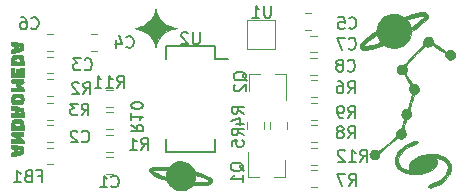
<source format=gbr>
G04 #@! TF.GenerationSoftware,KiCad,Pcbnew,(5.1.4)-1*
G04 #@! TF.CreationDate,2020-10-17T14:20:49+02:00*
G04 #@! TF.ProjectId,Long range deauther,4c6f6e67-2072-4616-9e67-652064656175,rev?*
G04 #@! TF.SameCoordinates,Original*
G04 #@! TF.FileFunction,Legend,Bot*
G04 #@! TF.FilePolarity,Positive*
%FSLAX46Y46*%
G04 Gerber Fmt 4.6, Leading zero omitted, Abs format (unit mm)*
G04 Created by KiCad (PCBNEW (5.1.4)-1) date 2020-10-17 14:20:49*
%MOMM*%
%LPD*%
G04 APERTURE LIST*
%ADD10C,0.010000*%
%ADD11C,0.120000*%
%ADD12C,0.150000*%
G04 APERTURE END LIST*
D10*
X153230000Y-76290000D02*
X150840000Y-76290000D01*
X153230000Y-78750000D02*
X153230000Y-76290000D01*
X150839700Y-78750000D02*
X153230000Y-78750000D01*
X150840000Y-76290000D02*
X150840000Y-78750000D01*
G36*
X145364983Y-90697132D02*
G01*
X145485873Y-90684504D01*
X145588125Y-90657864D01*
X145696648Y-90612737D01*
X145702363Y-90610067D01*
X145838012Y-90535267D01*
X145973767Y-90442978D01*
X146038945Y-90389811D01*
X146182625Y-90260006D01*
X146824286Y-90255631D01*
X147085706Y-90252123D01*
X147288879Y-90244408D01*
X147444162Y-90230689D01*
X147561915Y-90209167D01*
X147652496Y-90178044D01*
X147726264Y-90135521D01*
X147783447Y-90089103D01*
X147849203Y-89985575D01*
X147860676Y-89909068D01*
X147829902Y-89796759D01*
X147736745Y-89683553D01*
X147579949Y-89568664D01*
X147358263Y-89451306D01*
X147070430Y-89330692D01*
X146766468Y-89222908D01*
X146601596Y-89167385D01*
X146489323Y-89125561D01*
X146416985Y-89089835D01*
X146371923Y-89052606D01*
X146341473Y-89006271D01*
X146317268Y-88953224D01*
X146223178Y-88791692D01*
X146086049Y-88626702D01*
X145926721Y-88479941D01*
X145766032Y-88373096D01*
X145754021Y-88367058D01*
X145497348Y-88273915D01*
X145226464Y-88241757D01*
X145016761Y-88254970D01*
X144776891Y-88308573D01*
X144568059Y-88409101D01*
X144378759Y-88557066D01*
X144233126Y-88691306D01*
X143669942Y-88687071D01*
X143341475Y-88690590D01*
X143076141Y-88707496D01*
X142869482Y-88739152D01*
X142717044Y-88786924D01*
X142614369Y-88852176D01*
X142557002Y-88936273D01*
X142540406Y-89033004D01*
X142543080Y-89042830D01*
X142829472Y-89042830D01*
X142868762Y-89010159D01*
X142968842Y-88982212D01*
X143048416Y-88967156D01*
X143170216Y-88953621D01*
X143337300Y-88945046D01*
X143526468Y-88941659D01*
X143714519Y-88943688D01*
X143878252Y-88951362D01*
X143951155Y-88958269D01*
X144074741Y-88973451D01*
X144029891Y-89099011D01*
X144001288Y-89214824D01*
X143984896Y-89349837D01*
X143983534Y-89387612D01*
X143976689Y-89482681D01*
X143960969Y-89541438D01*
X143950438Y-89550652D01*
X143891470Y-89538033D01*
X143784971Y-89504098D01*
X143646441Y-89454734D01*
X143491382Y-89395826D01*
X143335291Y-89333260D01*
X143193669Y-89272921D01*
X143083568Y-89221479D01*
X142936153Y-89143261D01*
X142851695Y-89085454D01*
X142829472Y-89042830D01*
X142543080Y-89042830D01*
X142571679Y-89147909D01*
X142666228Y-89263259D01*
X142825144Y-89379744D01*
X143049521Y-89498053D01*
X143340450Y-89618876D01*
X143630639Y-89720703D01*
X144017224Y-89847842D01*
X144075495Y-89964778D01*
X146350406Y-89964778D01*
X146361694Y-89911101D01*
X146383851Y-89844723D01*
X146405840Y-89757278D01*
X146422591Y-89638437D01*
X146426756Y-89585065D01*
X146438717Y-89487100D01*
X146458922Y-89424933D01*
X146472683Y-89413364D01*
X146519769Y-89423931D01*
X146614564Y-89452179D01*
X146740052Y-89492917D01*
X146798765Y-89512830D01*
X147033137Y-89598023D01*
X147235839Y-89680972D01*
X147399236Y-89757931D01*
X147515693Y-89825149D01*
X147577573Y-89878880D01*
X147585657Y-89899119D01*
X147557154Y-89924327D01*
X147487065Y-89955942D01*
X147477987Y-89959186D01*
X147408045Y-89972573D01*
X147292367Y-89983057D01*
X147144667Y-89990571D01*
X146978662Y-89995045D01*
X146808068Y-89996412D01*
X146646602Y-89994605D01*
X146507978Y-89989554D01*
X146405914Y-89981192D01*
X146354126Y-89969452D01*
X146350406Y-89964778D01*
X144075495Y-89964778D01*
X144106027Y-90026047D01*
X144249208Y-90244735D01*
X144441940Y-90438426D01*
X144665441Y-90588691D01*
X144694670Y-90603534D01*
X144802986Y-90651985D01*
X144900439Y-90681077D01*
X145011753Y-90695535D01*
X145161647Y-90700085D01*
X145200541Y-90700224D01*
X145364983Y-90697132D01*
X145364983Y-90697132D01*
G37*
X145364983Y-90697132D02*
X145485873Y-90684504D01*
X145588125Y-90657864D01*
X145696648Y-90612737D01*
X145702363Y-90610067D01*
X145838012Y-90535267D01*
X145973767Y-90442978D01*
X146038945Y-90389811D01*
X146182625Y-90260006D01*
X146824286Y-90255631D01*
X147085706Y-90252123D01*
X147288879Y-90244408D01*
X147444162Y-90230689D01*
X147561915Y-90209167D01*
X147652496Y-90178044D01*
X147726264Y-90135521D01*
X147783447Y-90089103D01*
X147849203Y-89985575D01*
X147860676Y-89909068D01*
X147829902Y-89796759D01*
X147736745Y-89683553D01*
X147579949Y-89568664D01*
X147358263Y-89451306D01*
X147070430Y-89330692D01*
X146766468Y-89222908D01*
X146601596Y-89167385D01*
X146489323Y-89125561D01*
X146416985Y-89089835D01*
X146371923Y-89052606D01*
X146341473Y-89006271D01*
X146317268Y-88953224D01*
X146223178Y-88791692D01*
X146086049Y-88626702D01*
X145926721Y-88479941D01*
X145766032Y-88373096D01*
X145754021Y-88367058D01*
X145497348Y-88273915D01*
X145226464Y-88241757D01*
X145016761Y-88254970D01*
X144776891Y-88308573D01*
X144568059Y-88409101D01*
X144378759Y-88557066D01*
X144233126Y-88691306D01*
X143669942Y-88687071D01*
X143341475Y-88690590D01*
X143076141Y-88707496D01*
X142869482Y-88739152D01*
X142717044Y-88786924D01*
X142614369Y-88852176D01*
X142557002Y-88936273D01*
X142540406Y-89033004D01*
X142543080Y-89042830D01*
X142829472Y-89042830D01*
X142868762Y-89010159D01*
X142968842Y-88982212D01*
X143048416Y-88967156D01*
X143170216Y-88953621D01*
X143337300Y-88945046D01*
X143526468Y-88941659D01*
X143714519Y-88943688D01*
X143878252Y-88951362D01*
X143951155Y-88958269D01*
X144074741Y-88973451D01*
X144029891Y-89099011D01*
X144001288Y-89214824D01*
X143984896Y-89349837D01*
X143983534Y-89387612D01*
X143976689Y-89482681D01*
X143960969Y-89541438D01*
X143950438Y-89550652D01*
X143891470Y-89538033D01*
X143784971Y-89504098D01*
X143646441Y-89454734D01*
X143491382Y-89395826D01*
X143335291Y-89333260D01*
X143193669Y-89272921D01*
X143083568Y-89221479D01*
X142936153Y-89143261D01*
X142851695Y-89085454D01*
X142829472Y-89042830D01*
X142543080Y-89042830D01*
X142571679Y-89147909D01*
X142666228Y-89263259D01*
X142825144Y-89379744D01*
X143049521Y-89498053D01*
X143340450Y-89618876D01*
X143630639Y-89720703D01*
X144017224Y-89847842D01*
X144075495Y-89964778D01*
X146350406Y-89964778D01*
X146361694Y-89911101D01*
X146383851Y-89844723D01*
X146405840Y-89757278D01*
X146422591Y-89638437D01*
X146426756Y-89585065D01*
X146438717Y-89487100D01*
X146458922Y-89424933D01*
X146472683Y-89413364D01*
X146519769Y-89423931D01*
X146614564Y-89452179D01*
X146740052Y-89492917D01*
X146798765Y-89512830D01*
X147033137Y-89598023D01*
X147235839Y-89680972D01*
X147399236Y-89757931D01*
X147515693Y-89825149D01*
X147577573Y-89878880D01*
X147585657Y-89899119D01*
X147557154Y-89924327D01*
X147487065Y-89955942D01*
X147477987Y-89959186D01*
X147408045Y-89972573D01*
X147292367Y-89983057D01*
X147144667Y-89990571D01*
X146978662Y-89995045D01*
X146808068Y-89996412D01*
X146646602Y-89994605D01*
X146507978Y-89989554D01*
X146405914Y-89981192D01*
X146354126Y-89969452D01*
X146350406Y-89964778D01*
X144075495Y-89964778D01*
X144106027Y-90026047D01*
X144249208Y-90244735D01*
X144441940Y-90438426D01*
X144665441Y-90588691D01*
X144694670Y-90603534D01*
X144802986Y-90651985D01*
X144900439Y-90681077D01*
X145011753Y-90695535D01*
X145161647Y-90700085D01*
X145200541Y-90700224D01*
X145364983Y-90697132D01*
G36*
X131136149Y-87763629D02*
G01*
X131328350Y-87752738D01*
X131495934Y-87718272D01*
X131642433Y-87667653D01*
X131882703Y-87573835D01*
X131882703Y-87065307D01*
X131642433Y-86971489D01*
X131463855Y-86912092D01*
X131294833Y-86882748D01*
X131136149Y-86875513D01*
X130870136Y-86873355D01*
X130870136Y-87027814D01*
X130872700Y-87122721D01*
X130890082Y-87167662D01*
X130936810Y-87181321D01*
X130990271Y-87182274D01*
X131067189Y-87186430D01*
X131101372Y-87212094D01*
X131110137Y-87279058D01*
X131110381Y-87315850D01*
X131385001Y-87315850D01*
X131390631Y-87243218D01*
X131420257Y-87222183D01*
X131479393Y-87232468D01*
X131561246Y-87261305D01*
X131608109Y-87289986D01*
X131612196Y-87331256D01*
X131570535Y-87377609D01*
X131502675Y-87412948D01*
X131447089Y-87422544D01*
X131401430Y-87403604D01*
X131385414Y-87336794D01*
X131385001Y-87315850D01*
X131110381Y-87315850D01*
X131110406Y-87319571D01*
X131106769Y-87407478D01*
X131084313Y-87446544D01*
X131025720Y-87456561D01*
X130990271Y-87456868D01*
X130916455Y-87460166D01*
X130881500Y-87482513D01*
X130870877Y-87542593D01*
X130870136Y-87611328D01*
X130870136Y-87765787D01*
X131136149Y-87763629D01*
X131136149Y-87763629D01*
G37*
X131136149Y-87763629D02*
X131328350Y-87752738D01*
X131495934Y-87718272D01*
X131642433Y-87667653D01*
X131882703Y-87573835D01*
X131882703Y-87065307D01*
X131642433Y-86971489D01*
X131463855Y-86912092D01*
X131294833Y-86882748D01*
X131136149Y-86875513D01*
X130870136Y-86873355D01*
X130870136Y-87027814D01*
X130872700Y-87122721D01*
X130890082Y-87167662D01*
X130936810Y-87181321D01*
X130990271Y-87182274D01*
X131067189Y-87186430D01*
X131101372Y-87212094D01*
X131110137Y-87279058D01*
X131110381Y-87315850D01*
X131385001Y-87315850D01*
X131390631Y-87243218D01*
X131420257Y-87222183D01*
X131479393Y-87232468D01*
X131561246Y-87261305D01*
X131608109Y-87289986D01*
X131612196Y-87331256D01*
X131570535Y-87377609D01*
X131502675Y-87412948D01*
X131447089Y-87422544D01*
X131401430Y-87403604D01*
X131385414Y-87336794D01*
X131385001Y-87315850D01*
X131110381Y-87315850D01*
X131110406Y-87319571D01*
X131106769Y-87407478D01*
X131084313Y-87446544D01*
X131025720Y-87456561D01*
X130990271Y-87456868D01*
X130916455Y-87460166D01*
X130881500Y-87482513D01*
X130870877Y-87542593D01*
X130870136Y-87611328D01*
X130870136Y-87765787D01*
X131136149Y-87763629D01*
G36*
X166353244Y-90465463D02*
G01*
X166471632Y-90433481D01*
X166641224Y-90374596D01*
X166641702Y-90374422D01*
X166979186Y-90226550D01*
X167288359Y-90042416D01*
X167559776Y-89829691D01*
X167783992Y-89596047D01*
X167951562Y-89349156D01*
X167984812Y-89283474D01*
X168045555Y-89141917D01*
X168078376Y-89022622D01*
X168091012Y-88890421D01*
X168092147Y-88795517D01*
X168086119Y-88638396D01*
X168065290Y-88519489D01*
X168023328Y-88408885D01*
X168000501Y-88362770D01*
X167849801Y-88145189D01*
X167639903Y-87958384D01*
X167374373Y-87805320D01*
X167282665Y-87765726D01*
X167156533Y-87717093D01*
X167050451Y-87683682D01*
X166944771Y-87662026D01*
X166819842Y-87648655D01*
X166656015Y-87640102D01*
X166550271Y-87636450D01*
X166124106Y-87644609D01*
X165736721Y-87696373D01*
X165391873Y-87790349D01*
X165093320Y-87925144D01*
X164844821Y-88099365D01*
X164650132Y-88311618D01*
X164622959Y-88350926D01*
X164549881Y-88517398D01*
X164532222Y-88698426D01*
X164570621Y-88872361D01*
X164605538Y-88941225D01*
X164679985Y-89061683D01*
X164480196Y-89019991D01*
X164195654Y-88934342D01*
X163965679Y-88811175D01*
X163791989Y-88656307D01*
X163676301Y-88475553D01*
X163620333Y-88274727D01*
X163625802Y-88059646D01*
X163694425Y-87836124D01*
X163827918Y-87609976D01*
X164004586Y-87409355D01*
X164225088Y-87217781D01*
X164461378Y-87060620D01*
X164734012Y-86925294D01*
X164913598Y-86853091D01*
X165084344Y-86783759D01*
X165194800Y-86724762D01*
X165251464Y-86670565D01*
X165260835Y-86615628D01*
X165242266Y-86573017D01*
X165198356Y-86527194D01*
X165133920Y-86510094D01*
X165037052Y-86522254D01*
X164895842Y-86564207D01*
X164816893Y-86592134D01*
X164427307Y-86763744D01*
X164084980Y-86979113D01*
X163839576Y-87185855D01*
X163632943Y-87405178D01*
X163486532Y-87616908D01*
X163394454Y-87831935D01*
X163350818Y-88061149D01*
X163348294Y-88094142D01*
X163358462Y-88362824D01*
X163426395Y-88599638D01*
X163553344Y-88806055D01*
X163740559Y-88983544D01*
X163989292Y-89133577D01*
X164300794Y-89257623D01*
X164352010Y-89273773D01*
X164628209Y-89331507D01*
X164949209Y-89352005D01*
X165302154Y-89335293D01*
X165674189Y-89281397D01*
X165726487Y-89271004D01*
X166033532Y-89185881D01*
X166306704Y-89066006D01*
X166537291Y-88916835D01*
X166716585Y-88743823D01*
X166820234Y-88585965D01*
X166888759Y-88415248D01*
X166905741Y-88269485D01*
X166871908Y-88129123D01*
X166839684Y-88061368D01*
X166768691Y-87928911D01*
X166926808Y-87952622D01*
X167173545Y-88016522D01*
X167398999Y-88126354D01*
X167588138Y-88272855D01*
X167724502Y-88444307D01*
X167802416Y-88641205D01*
X167816719Y-88850774D01*
X167769947Y-89067329D01*
X167664638Y-89285184D01*
X167503329Y-89498652D01*
X167288556Y-89702047D01*
X167102242Y-89839059D01*
X166947850Y-89930781D01*
X166766059Y-90022517D01*
X166580420Y-90103652D01*
X166414479Y-90163575D01*
X166335458Y-90184658D01*
X166230495Y-90229919D01*
X166176680Y-90303193D01*
X166182040Y-90392124D01*
X166189866Y-90408760D01*
X166223904Y-90452225D01*
X166274516Y-90471419D01*
X166353244Y-90465463D01*
X166353244Y-90465463D01*
G37*
X166353244Y-90465463D02*
X166471632Y-90433481D01*
X166641224Y-90374596D01*
X166641702Y-90374422D01*
X166979186Y-90226550D01*
X167288359Y-90042416D01*
X167559776Y-89829691D01*
X167783992Y-89596047D01*
X167951562Y-89349156D01*
X167984812Y-89283474D01*
X168045555Y-89141917D01*
X168078376Y-89022622D01*
X168091012Y-88890421D01*
X168092147Y-88795517D01*
X168086119Y-88638396D01*
X168065290Y-88519489D01*
X168023328Y-88408885D01*
X168000501Y-88362770D01*
X167849801Y-88145189D01*
X167639903Y-87958384D01*
X167374373Y-87805320D01*
X167282665Y-87765726D01*
X167156533Y-87717093D01*
X167050451Y-87683682D01*
X166944771Y-87662026D01*
X166819842Y-87648655D01*
X166656015Y-87640102D01*
X166550271Y-87636450D01*
X166124106Y-87644609D01*
X165736721Y-87696373D01*
X165391873Y-87790349D01*
X165093320Y-87925144D01*
X164844821Y-88099365D01*
X164650132Y-88311618D01*
X164622959Y-88350926D01*
X164549881Y-88517398D01*
X164532222Y-88698426D01*
X164570621Y-88872361D01*
X164605538Y-88941225D01*
X164679985Y-89061683D01*
X164480196Y-89019991D01*
X164195654Y-88934342D01*
X163965679Y-88811175D01*
X163791989Y-88656307D01*
X163676301Y-88475553D01*
X163620333Y-88274727D01*
X163625802Y-88059646D01*
X163694425Y-87836124D01*
X163827918Y-87609976D01*
X164004586Y-87409355D01*
X164225088Y-87217781D01*
X164461378Y-87060620D01*
X164734012Y-86925294D01*
X164913598Y-86853091D01*
X165084344Y-86783759D01*
X165194800Y-86724762D01*
X165251464Y-86670565D01*
X165260835Y-86615628D01*
X165242266Y-86573017D01*
X165198356Y-86527194D01*
X165133920Y-86510094D01*
X165037052Y-86522254D01*
X164895842Y-86564207D01*
X164816893Y-86592134D01*
X164427307Y-86763744D01*
X164084980Y-86979113D01*
X163839576Y-87185855D01*
X163632943Y-87405178D01*
X163486532Y-87616908D01*
X163394454Y-87831935D01*
X163350818Y-88061149D01*
X163348294Y-88094142D01*
X163358462Y-88362824D01*
X163426395Y-88599638D01*
X163553344Y-88806055D01*
X163740559Y-88983544D01*
X163989292Y-89133577D01*
X164300794Y-89257623D01*
X164352010Y-89273773D01*
X164628209Y-89331507D01*
X164949209Y-89352005D01*
X165302154Y-89335293D01*
X165674189Y-89281397D01*
X165726487Y-89271004D01*
X166033532Y-89185881D01*
X166306704Y-89066006D01*
X166537291Y-88916835D01*
X166716585Y-88743823D01*
X166820234Y-88585965D01*
X166888759Y-88415248D01*
X166905741Y-88269485D01*
X166871908Y-88129123D01*
X166839684Y-88061368D01*
X166768691Y-87928911D01*
X166926808Y-87952622D01*
X167173545Y-88016522D01*
X167398999Y-88126354D01*
X167588138Y-88272855D01*
X167724502Y-88444307D01*
X167802416Y-88641205D01*
X167816719Y-88850774D01*
X167769947Y-89067329D01*
X167664638Y-89285184D01*
X167503329Y-89498652D01*
X167288556Y-89702047D01*
X167102242Y-89839059D01*
X166947850Y-89930781D01*
X166766059Y-90022517D01*
X166580420Y-90103652D01*
X166414479Y-90163575D01*
X166335458Y-90184658D01*
X166230495Y-90229919D01*
X166176680Y-90303193D01*
X166182040Y-90392124D01*
X166189866Y-90408760D01*
X166223904Y-90452225D01*
X166274516Y-90471419D01*
X166353244Y-90465463D01*
G36*
X131899866Y-86549935D02*
G01*
X131891405Y-86477888D01*
X131858195Y-86412913D01*
X131788493Y-86337062D01*
X131720252Y-86275341D01*
X131540639Y-86118220D01*
X131677347Y-86117694D01*
X131800769Y-86108195D01*
X131869198Y-86073698D01*
X131894801Y-86003416D01*
X131893660Y-85925942D01*
X131882703Y-85792139D01*
X131392868Y-85782611D01*
X131193835Y-85779919D01*
X131053501Y-85781367D01*
X130961999Y-85787725D01*
X130909464Y-85799762D01*
X130886029Y-85818245D01*
X130884166Y-85822249D01*
X130874141Y-85889292D01*
X130876018Y-85983228D01*
X130876298Y-85986236D01*
X130891826Y-86064803D01*
X130933109Y-86101893D01*
X131009382Y-86118220D01*
X131110961Y-86151424D01*
X131223845Y-86215227D01*
X131266054Y-86246936D01*
X131400642Y-86358490D01*
X130870136Y-86358490D01*
X130870136Y-86667409D01*
X131899866Y-86667409D01*
X131899866Y-86549935D01*
X131899866Y-86549935D01*
G37*
X131899866Y-86549935D02*
X131891405Y-86477888D01*
X131858195Y-86412913D01*
X131788493Y-86337062D01*
X131720252Y-86275341D01*
X131540639Y-86118220D01*
X131677347Y-86117694D01*
X131800769Y-86108195D01*
X131869198Y-86073698D01*
X131894801Y-86003416D01*
X131893660Y-85925942D01*
X131882703Y-85792139D01*
X131392868Y-85782611D01*
X131193835Y-85779919D01*
X131053501Y-85781367D01*
X130961999Y-85787725D01*
X130909464Y-85799762D01*
X130886029Y-85818245D01*
X130884166Y-85822249D01*
X130874141Y-85889292D01*
X130876018Y-85983228D01*
X130876298Y-85986236D01*
X130891826Y-86064803D01*
X130933109Y-86101893D01*
X131009382Y-86118220D01*
X131110961Y-86151424D01*
X131223845Y-86215227D01*
X131266054Y-86246936D01*
X131400642Y-86358490D01*
X130870136Y-86358490D01*
X130870136Y-86667409D01*
X131899866Y-86667409D01*
X131899866Y-86549935D01*
G36*
X131899866Y-85265234D02*
G01*
X131893203Y-85053976D01*
X131871435Y-84900928D01*
X131831891Y-84796783D01*
X131771898Y-84732238D01*
X131742083Y-84715653D01*
X131662015Y-84696541D01*
X131536021Y-84684540D01*
X131386469Y-84679788D01*
X131235728Y-84682426D01*
X131106164Y-84692590D01*
X131020146Y-84710421D01*
X131018258Y-84711162D01*
X130955404Y-84748958D01*
X130912496Y-84810440D01*
X130886209Y-84907112D01*
X130873215Y-85050482D01*
X130871199Y-85163830D01*
X131116352Y-85163830D01*
X131125234Y-85069395D01*
X131186817Y-85011422D01*
X131305163Y-84986839D01*
X131352072Y-84985517D01*
X131461707Y-84989707D01*
X131548050Y-85000293D01*
X131570977Y-85006351D01*
X131613328Y-85058046D01*
X131625271Y-85145152D01*
X131625271Y-85263119D01*
X131376420Y-85253034D01*
X131247271Y-85246069D01*
X131171463Y-85234715D01*
X131133693Y-85213726D01*
X131118657Y-85177850D01*
X131116352Y-85163830D01*
X130871199Y-85163830D01*
X130870136Y-85223531D01*
X130870136Y-85569030D01*
X131899866Y-85569030D01*
X131899866Y-85265234D01*
X131899866Y-85265234D01*
G37*
X131899866Y-85265234D02*
X131893203Y-85053976D01*
X131871435Y-84900928D01*
X131831891Y-84796783D01*
X131771898Y-84732238D01*
X131742083Y-84715653D01*
X131662015Y-84696541D01*
X131536021Y-84684540D01*
X131386469Y-84679788D01*
X131235728Y-84682426D01*
X131106164Y-84692590D01*
X131020146Y-84710421D01*
X131018258Y-84711162D01*
X130955404Y-84748958D01*
X130912496Y-84810440D01*
X130886209Y-84907112D01*
X130873215Y-85050482D01*
X130871199Y-85163830D01*
X131116352Y-85163830D01*
X131125234Y-85069395D01*
X131186817Y-85011422D01*
X131305163Y-84986839D01*
X131352072Y-84985517D01*
X131461707Y-84989707D01*
X131548050Y-85000293D01*
X131570977Y-85006351D01*
X131613328Y-85058046D01*
X131625271Y-85145152D01*
X131625271Y-85263119D01*
X131376420Y-85253034D01*
X131247271Y-85246069D01*
X131171463Y-85234715D01*
X131133693Y-85213726D01*
X131118657Y-85177850D01*
X131116352Y-85163830D01*
X130871199Y-85163830D01*
X130870136Y-85223531D01*
X130870136Y-85569030D01*
X131899866Y-85569030D01*
X131899866Y-85265234D01*
G36*
X131899360Y-84170314D02*
G01*
X131893921Y-84011397D01*
X131879659Y-83878710D01*
X131858821Y-83791940D01*
X131855300Y-83784166D01*
X131821538Y-83734224D01*
X131771632Y-83707704D01*
X131684799Y-83696765D01*
X131617937Y-83694627D01*
X131464443Y-83679246D01*
X131373614Y-83639941D01*
X131367788Y-83634559D01*
X131304890Y-83599129D01*
X131197606Y-83581479D01*
X131090792Y-83578220D01*
X130870136Y-83578220D01*
X130870136Y-83887139D01*
X131020923Y-83887139D01*
X131131660Y-83898091D01*
X131190483Y-83940625D01*
X131211970Y-84029253D01*
X131213234Y-84073642D01*
X131453649Y-84073642D01*
X131463542Y-84010879D01*
X131507447Y-83993569D01*
X131548041Y-83996413D01*
X131625656Y-84024854D01*
X131653401Y-84084503D01*
X131650692Y-84138909D01*
X131608821Y-84159472D01*
X131559010Y-84161733D01*
X131484445Y-84153111D01*
X131456624Y-84115567D01*
X131453649Y-84073642D01*
X131213234Y-84073642D01*
X131213379Y-84078730D01*
X131207404Y-84128036D01*
X131177811Y-84152636D01*
X131107101Y-84160993D01*
X131041757Y-84161733D01*
X130870136Y-84161733D01*
X130870136Y-84470652D01*
X131899866Y-84470652D01*
X131899360Y-84170314D01*
X131899360Y-84170314D01*
G37*
X131899360Y-84170314D02*
X131893921Y-84011397D01*
X131879659Y-83878710D01*
X131858821Y-83791940D01*
X131855300Y-83784166D01*
X131821538Y-83734224D01*
X131771632Y-83707704D01*
X131684799Y-83696765D01*
X131617937Y-83694627D01*
X131464443Y-83679246D01*
X131373614Y-83639941D01*
X131367788Y-83634559D01*
X131304890Y-83599129D01*
X131197606Y-83581479D01*
X131090792Y-83578220D01*
X130870136Y-83578220D01*
X130870136Y-83887139D01*
X131020923Y-83887139D01*
X131131660Y-83898091D01*
X131190483Y-83940625D01*
X131211970Y-84029253D01*
X131213234Y-84073642D01*
X131453649Y-84073642D01*
X131463542Y-84010879D01*
X131507447Y-83993569D01*
X131548041Y-83996413D01*
X131625656Y-84024854D01*
X131653401Y-84084503D01*
X131650692Y-84138909D01*
X131608821Y-84159472D01*
X131559010Y-84161733D01*
X131484445Y-84153111D01*
X131456624Y-84115567D01*
X131453649Y-84073642D01*
X131213234Y-84073642D01*
X131213379Y-84078730D01*
X131207404Y-84128036D01*
X131177811Y-84152636D01*
X131107101Y-84160993D01*
X131041757Y-84161733D01*
X130870136Y-84161733D01*
X130870136Y-84470652D01*
X131899866Y-84470652D01*
X131899360Y-84170314D01*
G36*
X131554148Y-83405219D02*
G01*
X131663156Y-83401210D01*
X131732709Y-83390498D01*
X131777403Y-83370105D01*
X131811833Y-83337050D01*
X131828726Y-83316158D01*
X131869705Y-83247509D01*
X131891762Y-83159383D01*
X131899585Y-83030184D01*
X131899866Y-82988373D01*
X131884474Y-82782655D01*
X131838426Y-82637427D01*
X131761912Y-82553170D01*
X131721037Y-82536159D01*
X131651501Y-82526482D01*
X131534675Y-82519028D01*
X131391912Y-82515006D01*
X131340535Y-82514634D01*
X131191255Y-82516255D01*
X131093225Y-82524074D01*
X131029093Y-82541681D01*
X130981510Y-82572668D01*
X130959247Y-82593556D01*
X130898812Y-82692425D01*
X130862998Y-82829830D01*
X130851624Y-82985382D01*
X130852970Y-83001398D01*
X131116352Y-83001398D01*
X131121780Y-82912349D01*
X131173260Y-82856257D01*
X131278030Y-82828370D01*
X131387996Y-82823084D01*
X131507446Y-82827310D01*
X131577404Y-82843621D01*
X131616706Y-82877465D01*
X131625271Y-82891733D01*
X131643221Y-82978702D01*
X131624456Y-83030553D01*
X131595982Y-83068211D01*
X131550031Y-83087938D01*
X131468820Y-83093732D01*
X131357235Y-83090620D01*
X131234064Y-83083125D01*
X131163586Y-83070323D01*
X131129850Y-83046305D01*
X131116905Y-83005164D01*
X131116352Y-83001398D01*
X130852970Y-83001398D01*
X130864511Y-83138691D01*
X130901481Y-83269368D01*
X130962353Y-83357022D01*
X130965987Y-83359884D01*
X131037121Y-83384460D01*
X131174049Y-83399611D01*
X131377860Y-83405453D01*
X131391091Y-83405506D01*
X131554148Y-83405219D01*
X131554148Y-83405219D01*
G37*
X131554148Y-83405219D02*
X131663156Y-83401210D01*
X131732709Y-83390498D01*
X131777403Y-83370105D01*
X131811833Y-83337050D01*
X131828726Y-83316158D01*
X131869705Y-83247509D01*
X131891762Y-83159383D01*
X131899585Y-83030184D01*
X131899866Y-82988373D01*
X131884474Y-82782655D01*
X131838426Y-82637427D01*
X131761912Y-82553170D01*
X131721037Y-82536159D01*
X131651501Y-82526482D01*
X131534675Y-82519028D01*
X131391912Y-82515006D01*
X131340535Y-82514634D01*
X131191255Y-82516255D01*
X131093225Y-82524074D01*
X131029093Y-82541681D01*
X130981510Y-82572668D01*
X130959247Y-82593556D01*
X130898812Y-82692425D01*
X130862998Y-82829830D01*
X130851624Y-82985382D01*
X130852970Y-83001398D01*
X131116352Y-83001398D01*
X131121780Y-82912349D01*
X131173260Y-82856257D01*
X131278030Y-82828370D01*
X131387996Y-82823084D01*
X131507446Y-82827310D01*
X131577404Y-82843621D01*
X131616706Y-82877465D01*
X131625271Y-82891733D01*
X131643221Y-82978702D01*
X131624456Y-83030553D01*
X131595982Y-83068211D01*
X131550031Y-83087938D01*
X131468820Y-83093732D01*
X131357235Y-83090620D01*
X131234064Y-83083125D01*
X131163586Y-83070323D01*
X131129850Y-83046305D01*
X131116905Y-83005164D01*
X131116352Y-83001398D01*
X130852970Y-83001398D01*
X130864511Y-83138691D01*
X130901481Y-83269368D01*
X130962353Y-83357022D01*
X130965987Y-83359884D01*
X131037121Y-83384460D01*
X131174049Y-83399611D01*
X131377860Y-83405453D01*
X131391091Y-83405506D01*
X131554148Y-83405219D01*
G36*
X131899866Y-82157022D02*
G01*
X131895415Y-82065287D01*
X131871747Y-82006623D01*
X131813387Y-81956815D01*
X131745406Y-81915305D01*
X131658238Y-81859648D01*
X131602229Y-81815103D01*
X131590947Y-81798748D01*
X131619134Y-81770183D01*
X131691187Y-81725752D01*
X131747268Y-81696763D01*
X131839208Y-81649183D01*
X131884144Y-81607274D01*
X131896878Y-81546831D01*
X131893146Y-81458234D01*
X131882703Y-81295652D01*
X131392868Y-81286124D01*
X131193835Y-81283432D01*
X131053501Y-81284881D01*
X130961999Y-81291239D01*
X130909464Y-81303275D01*
X130886029Y-81321759D01*
X130884166Y-81325762D01*
X130874141Y-81392806D01*
X130876018Y-81486742D01*
X130876298Y-81489749D01*
X130887298Y-81604571D01*
X131138799Y-81614709D01*
X131390299Y-81624848D01*
X131301839Y-81694430D01*
X131229863Y-81769496D01*
X131223539Y-81837753D01*
X131282967Y-81911023D01*
X131303819Y-81928161D01*
X131394259Y-81999301D01*
X130870136Y-81999301D01*
X130870136Y-82308220D01*
X131899866Y-82308220D01*
X131899866Y-82157022D01*
X131899866Y-82157022D01*
G37*
X131899866Y-82157022D02*
X131895415Y-82065287D01*
X131871747Y-82006623D01*
X131813387Y-81956815D01*
X131745406Y-81915305D01*
X131658238Y-81859648D01*
X131602229Y-81815103D01*
X131590947Y-81798748D01*
X131619134Y-81770183D01*
X131691187Y-81725752D01*
X131747268Y-81696763D01*
X131839208Y-81649183D01*
X131884144Y-81607274D01*
X131896878Y-81546831D01*
X131893146Y-81458234D01*
X131882703Y-81295652D01*
X131392868Y-81286124D01*
X131193835Y-81283432D01*
X131053501Y-81284881D01*
X130961999Y-81291239D01*
X130909464Y-81303275D01*
X130886029Y-81321759D01*
X130884166Y-81325762D01*
X130874141Y-81392806D01*
X130876018Y-81486742D01*
X130876298Y-81489749D01*
X130887298Y-81604571D01*
X131138799Y-81614709D01*
X131390299Y-81624848D01*
X131301839Y-81694430D01*
X131229863Y-81769496D01*
X131223539Y-81837753D01*
X131282967Y-81911023D01*
X131303819Y-81928161D01*
X131394259Y-81999301D01*
X130870136Y-81999301D01*
X130870136Y-82308220D01*
X131899866Y-82308220D01*
X131899866Y-82157022D01*
G36*
X131899866Y-80317409D02*
G01*
X131625271Y-80317409D01*
X131625271Y-80540517D01*
X131621575Y-80666865D01*
X131608704Y-80736909D01*
X131583981Y-80762687D01*
X131575665Y-80763625D01*
X131540659Y-80737413D01*
X131520353Y-80653859D01*
X131515598Y-80600584D01*
X131506817Y-80502357D01*
X131487404Y-80454529D01*
X131442830Y-80438961D01*
X131385001Y-80437544D01*
X131312752Y-80440820D01*
X131276057Y-80462663D01*
X131260657Y-80521092D01*
X131254316Y-80602722D01*
X131243251Y-80703617D01*
X131222762Y-80750261D01*
X131186465Y-80756986D01*
X131185668Y-80756837D01*
X131151623Y-80735425D01*
X131130977Y-80677728D01*
X131119395Y-80569455D01*
X131117349Y-80531591D01*
X131107130Y-80317409D01*
X130870136Y-80317409D01*
X130870136Y-81072544D01*
X131899866Y-81072544D01*
X131899866Y-80317409D01*
X131899866Y-80317409D01*
G37*
X131899866Y-80317409D02*
X131625271Y-80317409D01*
X131625271Y-80540517D01*
X131621575Y-80666865D01*
X131608704Y-80736909D01*
X131583981Y-80762687D01*
X131575665Y-80763625D01*
X131540659Y-80737413D01*
X131520353Y-80653859D01*
X131515598Y-80600584D01*
X131506817Y-80502357D01*
X131487404Y-80454529D01*
X131442830Y-80438961D01*
X131385001Y-80437544D01*
X131312752Y-80440820D01*
X131276057Y-80462663D01*
X131260657Y-80521092D01*
X131254316Y-80602722D01*
X131243251Y-80703617D01*
X131222762Y-80750261D01*
X131186465Y-80756986D01*
X131185668Y-80756837D01*
X131151623Y-80735425D01*
X131130977Y-80677728D01*
X131119395Y-80569455D01*
X131117349Y-80531591D01*
X131107130Y-80317409D01*
X130870136Y-80317409D01*
X130870136Y-81072544D01*
X131899866Y-81072544D01*
X131899866Y-80317409D01*
G36*
X131899866Y-79807666D02*
G01*
X131893203Y-79596409D01*
X131871435Y-79443360D01*
X131831891Y-79339216D01*
X131771898Y-79274671D01*
X131742083Y-79258086D01*
X131662015Y-79238974D01*
X131536021Y-79226972D01*
X131386469Y-79222221D01*
X131235728Y-79224858D01*
X131106164Y-79235023D01*
X131020146Y-79252854D01*
X131018258Y-79253594D01*
X130955404Y-79291391D01*
X130912496Y-79352872D01*
X130886209Y-79449544D01*
X130873215Y-79592915D01*
X130871199Y-79706263D01*
X131116352Y-79706263D01*
X131125234Y-79611827D01*
X131186817Y-79553854D01*
X131305163Y-79529272D01*
X131352072Y-79527949D01*
X131461707Y-79532139D01*
X131548050Y-79542726D01*
X131570977Y-79548784D01*
X131613328Y-79600479D01*
X131625271Y-79687585D01*
X131625271Y-79805551D01*
X131376420Y-79795467D01*
X131247271Y-79788501D01*
X131171463Y-79777148D01*
X131133693Y-79756158D01*
X131118657Y-79720283D01*
X131116352Y-79706263D01*
X130871199Y-79706263D01*
X130870136Y-79765963D01*
X130870136Y-80111463D01*
X131899866Y-80111463D01*
X131899866Y-79807666D01*
X131899866Y-79807666D01*
G37*
X131899866Y-79807666D02*
X131893203Y-79596409D01*
X131871435Y-79443360D01*
X131831891Y-79339216D01*
X131771898Y-79274671D01*
X131742083Y-79258086D01*
X131662015Y-79238974D01*
X131536021Y-79226972D01*
X131386469Y-79222221D01*
X131235728Y-79224858D01*
X131106164Y-79235023D01*
X131020146Y-79252854D01*
X131018258Y-79253594D01*
X130955404Y-79291391D01*
X130912496Y-79352872D01*
X130886209Y-79449544D01*
X130873215Y-79592915D01*
X130871199Y-79706263D01*
X131116352Y-79706263D01*
X131125234Y-79611827D01*
X131186817Y-79553854D01*
X131305163Y-79529272D01*
X131352072Y-79527949D01*
X131461707Y-79532139D01*
X131548050Y-79542726D01*
X131570977Y-79548784D01*
X131613328Y-79600479D01*
X131625271Y-79687585D01*
X131625271Y-79805551D01*
X131376420Y-79795467D01*
X131247271Y-79788501D01*
X131171463Y-79777148D01*
X131133693Y-79756158D01*
X131118657Y-79720283D01*
X131116352Y-79706263D01*
X130871199Y-79706263D01*
X130870136Y-79765963D01*
X130870136Y-80111463D01*
X131899866Y-80111463D01*
X131899866Y-79807666D01*
G36*
X131118987Y-79045625D02*
G01*
X131319299Y-79031560D01*
X131511771Y-78987318D01*
X131625271Y-78948679D01*
X131882703Y-78853516D01*
X131882703Y-78345579D01*
X131642433Y-78251637D01*
X131467463Y-78193005D01*
X131303458Y-78163839D01*
X131136149Y-78156336D01*
X130870136Y-78154976D01*
X130870136Y-78309436D01*
X130872700Y-78404342D01*
X130890082Y-78449284D01*
X130936810Y-78462943D01*
X130990271Y-78463895D01*
X131067189Y-78468052D01*
X131101372Y-78493716D01*
X131110137Y-78560679D01*
X131110406Y-78601193D01*
X131385001Y-78601193D01*
X131390202Y-78526694D01*
X131417972Y-78503867D01*
X131479393Y-78514090D01*
X131560481Y-78542066D01*
X131606393Y-78569297D01*
X131618466Y-78614455D01*
X131568075Y-78657429D01*
X131479393Y-78688296D01*
X131414607Y-78698212D01*
X131389230Y-78671995D01*
X131385001Y-78601193D01*
X131110406Y-78601193D01*
X131106769Y-78689099D01*
X131084313Y-78728165D01*
X131025720Y-78738183D01*
X130990271Y-78738490D01*
X130916455Y-78741787D01*
X130881500Y-78764134D01*
X130870877Y-78824214D01*
X130870136Y-78892949D01*
X130870136Y-79047409D01*
X131118987Y-79045625D01*
X131118987Y-79045625D01*
G37*
X131118987Y-79045625D02*
X131319299Y-79031560D01*
X131511771Y-78987318D01*
X131625271Y-78948679D01*
X131882703Y-78853516D01*
X131882703Y-78345579D01*
X131642433Y-78251637D01*
X131467463Y-78193005D01*
X131303458Y-78163839D01*
X131136149Y-78156336D01*
X130870136Y-78154976D01*
X130870136Y-78309436D01*
X130872700Y-78404342D01*
X130890082Y-78449284D01*
X130936810Y-78462943D01*
X130990271Y-78463895D01*
X131067189Y-78468052D01*
X131101372Y-78493716D01*
X131110137Y-78560679D01*
X131110406Y-78601193D01*
X131385001Y-78601193D01*
X131390202Y-78526694D01*
X131417972Y-78503867D01*
X131479393Y-78514090D01*
X131560481Y-78542066D01*
X131606393Y-78569297D01*
X131618466Y-78614455D01*
X131568075Y-78657429D01*
X131479393Y-78688296D01*
X131414607Y-78698212D01*
X131389230Y-78671995D01*
X131385001Y-78601193D01*
X131110406Y-78601193D01*
X131106769Y-78689099D01*
X131084313Y-78728165D01*
X131025720Y-78738183D01*
X130990271Y-78738490D01*
X130916455Y-78741787D01*
X130881500Y-78764134D01*
X130870877Y-78824214D01*
X130870136Y-78892949D01*
X130870136Y-79047409D01*
X131118987Y-79045625D01*
G36*
X161779254Y-88046979D02*
G01*
X161804226Y-88035250D01*
X161936137Y-87933877D01*
X162014366Y-87791198D01*
X162036622Y-87636013D01*
X162043471Y-87551847D01*
X162073840Y-87490292D01*
X162142459Y-87427688D01*
X162186613Y-87395115D01*
X162260593Y-87339525D01*
X162368838Y-87254182D01*
X162514715Y-87136341D01*
X162701591Y-86983254D01*
X162932829Y-86792174D01*
X163211797Y-86560354D01*
X163323784Y-86467042D01*
X163441087Y-86370267D01*
X163520504Y-86311322D01*
X163576901Y-86284103D01*
X163625142Y-86282505D01*
X163680094Y-86300427D01*
X163704729Y-86310627D01*
X163865782Y-86345415D01*
X164016017Y-86313094D01*
X164149945Y-86214996D01*
X164164489Y-86199061D01*
X164228288Y-86114982D01*
X164266818Y-86042383D01*
X164271503Y-86022633D01*
X164264547Y-85873497D01*
X164229165Y-85736762D01*
X164172424Y-85631601D01*
X164108147Y-85579487D01*
X164082827Y-85562048D01*
X164071396Y-85527734D01*
X164075406Y-85467007D01*
X164096413Y-85370325D01*
X164135970Y-85228150D01*
X164195632Y-85030942D01*
X164199644Y-85017931D01*
X164247240Y-84866919D01*
X164283013Y-84768989D01*
X164314742Y-84711429D01*
X164350202Y-84681529D01*
X164397168Y-84666579D01*
X164416987Y-84662672D01*
X164554767Y-84604832D01*
X164658295Y-84498415D01*
X164719040Y-84358490D01*
X164728470Y-84200129D01*
X164715883Y-84134700D01*
X164681357Y-84038201D01*
X164641453Y-83968775D01*
X164631862Y-83958902D01*
X164610239Y-83928453D01*
X164607626Y-83877739D01*
X164625528Y-83791458D01*
X164660127Y-83671728D01*
X164698132Y-83537450D01*
X164744319Y-83360057D01*
X164792599Y-83163583D01*
X164833114Y-82988939D01*
X164930596Y-82554117D01*
X165041186Y-82533370D01*
X165182842Y-82473669D01*
X165296941Y-82360045D01*
X165367448Y-82214221D01*
X165381445Y-82060785D01*
X165336534Y-81920001D01*
X165242448Y-81803583D01*
X165108921Y-81723244D01*
X164945686Y-81690698D01*
X164932254Y-81690510D01*
X164790182Y-81690382D01*
X164589010Y-81364296D01*
X164465762Y-81164427D01*
X164374444Y-81014621D01*
X164311198Y-80906360D01*
X164272164Y-80831126D01*
X164253485Y-80780400D01*
X164251301Y-80745665D01*
X164261753Y-80718403D01*
X164280983Y-80690095D01*
X164282569Y-80687839D01*
X164328299Y-80568226D01*
X164329588Y-80416601D01*
X164299304Y-80290026D01*
X164281254Y-80199910D01*
X164290723Y-80134208D01*
X164326434Y-80088115D01*
X164403044Y-79999954D01*
X164513763Y-79877034D01*
X164651801Y-79726668D01*
X164810369Y-79556166D01*
X164982675Y-79372839D01*
X165161931Y-79183998D01*
X165341346Y-78996955D01*
X165474011Y-78860112D01*
X165621389Y-78709549D01*
X165729448Y-78602162D01*
X165806509Y-78531698D01*
X165860891Y-78491904D01*
X165900913Y-78476525D01*
X165934894Y-78479309D01*
X165964895Y-78491125D01*
X166105879Y-78528360D01*
X166253606Y-78524509D01*
X166379534Y-78481339D01*
X166405178Y-78463895D01*
X166476624Y-78415960D01*
X166528300Y-78395266D01*
X166529208Y-78395247D01*
X166568971Y-78413357D01*
X166655209Y-78463410D01*
X166777462Y-78538993D01*
X166925273Y-78633690D01*
X167030275Y-78702570D01*
X167190986Y-78808621D01*
X167334350Y-78902622D01*
X167449373Y-78977411D01*
X167525062Y-79025827D01*
X167547470Y-79039490D01*
X167585995Y-79094763D01*
X167610424Y-79199532D01*
X167613220Y-79226954D01*
X167654230Y-79407545D01*
X167742863Y-79541261D01*
X167860509Y-79618443D01*
X167976019Y-79657018D01*
X168071554Y-79657502D01*
X168181808Y-79618836D01*
X168205285Y-79607926D01*
X168340265Y-79511363D01*
X168421992Y-79383727D01*
X168449403Y-79238539D01*
X168421436Y-79089321D01*
X168337030Y-78949595D01*
X168262544Y-78878818D01*
X168137831Y-78820077D01*
X167991215Y-78807819D01*
X167851305Y-78842032D01*
X167789698Y-78878969D01*
X167698381Y-78950799D01*
X167150248Y-78595793D01*
X166957420Y-78469966D01*
X166815335Y-78374271D01*
X166716463Y-78302553D01*
X166653273Y-78248656D01*
X166618236Y-78206424D01*
X166603820Y-78169701D01*
X166601936Y-78147560D01*
X166572423Y-77987631D01*
X166493193Y-77854449D01*
X166377232Y-77757340D01*
X166237527Y-77705633D01*
X166087064Y-77708654D01*
X166020415Y-77729885D01*
X165922685Y-77784031D01*
X165844610Y-77848424D01*
X165842442Y-77850877D01*
X165781984Y-77959210D01*
X165751161Y-78092525D01*
X165758045Y-78214372D01*
X165760276Y-78221937D01*
X165760930Y-78254750D01*
X165741325Y-78300705D01*
X165696214Y-78366463D01*
X165620351Y-78458690D01*
X165508489Y-78584046D01*
X165355379Y-78749196D01*
X165291657Y-78817016D01*
X165052849Y-79070737D01*
X164855174Y-79281145D01*
X164692551Y-79454762D01*
X164558901Y-79598108D01*
X164448143Y-79717706D01*
X164354196Y-79820078D01*
X164270980Y-79911745D01*
X164269863Y-79912983D01*
X164187444Y-80000892D01*
X164128196Y-80047238D01*
X164070440Y-80062429D01*
X163992497Y-80056876D01*
X163975074Y-80054535D01*
X163851647Y-80050409D01*
X163749001Y-80083837D01*
X163709717Y-80106293D01*
X163594653Y-80209984D01*
X163529953Y-80337481D01*
X163511502Y-80475992D01*
X163535184Y-80612724D01*
X163596884Y-80734888D01*
X163692488Y-80829690D01*
X163817881Y-80884338D01*
X163960990Y-80887389D01*
X164093975Y-80866124D01*
X164258069Y-81126880D01*
X164353328Y-81277844D01*
X164454611Y-81437708D01*
X164542239Y-81575424D01*
X164553660Y-81593300D01*
X164621105Y-81701753D01*
X164654830Y-81769613D01*
X164659372Y-81813289D01*
X164639266Y-81849190D01*
X164627981Y-81862144D01*
X164566188Y-81977337D01*
X164550759Y-82118247D01*
X164578500Y-82263081D01*
X164646221Y-82390051D01*
X164714995Y-82456136D01*
X164738580Y-82474518D01*
X164753798Y-82497533D01*
X164759478Y-82534518D01*
X164754450Y-82594810D01*
X164737543Y-82687747D01*
X164707587Y-82822663D01*
X164663411Y-83008896D01*
X164626522Y-83161869D01*
X164467934Y-83818490D01*
X164366716Y-83818490D01*
X164204742Y-83845894D01*
X164067454Y-83920003D01*
X163963812Y-84028661D01*
X163902775Y-84159715D01*
X163893300Y-84301010D01*
X163928654Y-84412841D01*
X163979469Y-84490895D01*
X164048733Y-84575381D01*
X164050600Y-84577394D01*
X164134028Y-84666973D01*
X164015721Y-85074700D01*
X163965266Y-85245441D01*
X163927244Y-85361402D01*
X163895886Y-85433994D01*
X163865425Y-85474629D01*
X163830090Y-85494719D01*
X163799383Y-85502665D01*
X163633943Y-85566102D01*
X163518953Y-85674322D01*
X163458702Y-85821390D01*
X163454551Y-85979803D01*
X163473796Y-86142295D01*
X163059016Y-86482082D01*
X162895061Y-86616473D01*
X162730383Y-86751597D01*
X162581168Y-86874162D01*
X162463608Y-86970876D01*
X162434821Y-86994603D01*
X162311688Y-87095115D01*
X162188059Y-87194324D01*
X162090176Y-87271177D01*
X162088109Y-87272766D01*
X161950812Y-87378195D01*
X161847839Y-87314739D01*
X161693667Y-87255746D01*
X161537404Y-87257519D01*
X161394028Y-87314330D01*
X161278515Y-87420454D01*
X161209030Y-87559018D01*
X161187963Y-87658336D01*
X161199869Y-87741418D01*
X161234153Y-87820287D01*
X161338069Y-87968355D01*
X161469040Y-88057560D01*
X161618842Y-88084801D01*
X161779254Y-88046979D01*
X161779254Y-88046979D01*
G37*
X161779254Y-88046979D02*
X161804226Y-88035250D01*
X161936137Y-87933877D01*
X162014366Y-87791198D01*
X162036622Y-87636013D01*
X162043471Y-87551847D01*
X162073840Y-87490292D01*
X162142459Y-87427688D01*
X162186613Y-87395115D01*
X162260593Y-87339525D01*
X162368838Y-87254182D01*
X162514715Y-87136341D01*
X162701591Y-86983254D01*
X162932829Y-86792174D01*
X163211797Y-86560354D01*
X163323784Y-86467042D01*
X163441087Y-86370267D01*
X163520504Y-86311322D01*
X163576901Y-86284103D01*
X163625142Y-86282505D01*
X163680094Y-86300427D01*
X163704729Y-86310627D01*
X163865782Y-86345415D01*
X164016017Y-86313094D01*
X164149945Y-86214996D01*
X164164489Y-86199061D01*
X164228288Y-86114982D01*
X164266818Y-86042383D01*
X164271503Y-86022633D01*
X164264547Y-85873497D01*
X164229165Y-85736762D01*
X164172424Y-85631601D01*
X164108147Y-85579487D01*
X164082827Y-85562048D01*
X164071396Y-85527734D01*
X164075406Y-85467007D01*
X164096413Y-85370325D01*
X164135970Y-85228150D01*
X164195632Y-85030942D01*
X164199644Y-85017931D01*
X164247240Y-84866919D01*
X164283013Y-84768989D01*
X164314742Y-84711429D01*
X164350202Y-84681529D01*
X164397168Y-84666579D01*
X164416987Y-84662672D01*
X164554767Y-84604832D01*
X164658295Y-84498415D01*
X164719040Y-84358490D01*
X164728470Y-84200129D01*
X164715883Y-84134700D01*
X164681357Y-84038201D01*
X164641453Y-83968775D01*
X164631862Y-83958902D01*
X164610239Y-83928453D01*
X164607626Y-83877739D01*
X164625528Y-83791458D01*
X164660127Y-83671728D01*
X164698132Y-83537450D01*
X164744319Y-83360057D01*
X164792599Y-83163583D01*
X164833114Y-82988939D01*
X164930596Y-82554117D01*
X165041186Y-82533370D01*
X165182842Y-82473669D01*
X165296941Y-82360045D01*
X165367448Y-82214221D01*
X165381445Y-82060785D01*
X165336534Y-81920001D01*
X165242448Y-81803583D01*
X165108921Y-81723244D01*
X164945686Y-81690698D01*
X164932254Y-81690510D01*
X164790182Y-81690382D01*
X164589010Y-81364296D01*
X164465762Y-81164427D01*
X164374444Y-81014621D01*
X164311198Y-80906360D01*
X164272164Y-80831126D01*
X164253485Y-80780400D01*
X164251301Y-80745665D01*
X164261753Y-80718403D01*
X164280983Y-80690095D01*
X164282569Y-80687839D01*
X164328299Y-80568226D01*
X164329588Y-80416601D01*
X164299304Y-80290026D01*
X164281254Y-80199910D01*
X164290723Y-80134208D01*
X164326434Y-80088115D01*
X164403044Y-79999954D01*
X164513763Y-79877034D01*
X164651801Y-79726668D01*
X164810369Y-79556166D01*
X164982675Y-79372839D01*
X165161931Y-79183998D01*
X165341346Y-78996955D01*
X165474011Y-78860112D01*
X165621389Y-78709549D01*
X165729448Y-78602162D01*
X165806509Y-78531698D01*
X165860891Y-78491904D01*
X165900913Y-78476525D01*
X165934894Y-78479309D01*
X165964895Y-78491125D01*
X166105879Y-78528360D01*
X166253606Y-78524509D01*
X166379534Y-78481339D01*
X166405178Y-78463895D01*
X166476624Y-78415960D01*
X166528300Y-78395266D01*
X166529208Y-78395247D01*
X166568971Y-78413357D01*
X166655209Y-78463410D01*
X166777462Y-78538993D01*
X166925273Y-78633690D01*
X167030275Y-78702570D01*
X167190986Y-78808621D01*
X167334350Y-78902622D01*
X167449373Y-78977411D01*
X167525062Y-79025827D01*
X167547470Y-79039490D01*
X167585995Y-79094763D01*
X167610424Y-79199532D01*
X167613220Y-79226954D01*
X167654230Y-79407545D01*
X167742863Y-79541261D01*
X167860509Y-79618443D01*
X167976019Y-79657018D01*
X168071554Y-79657502D01*
X168181808Y-79618836D01*
X168205285Y-79607926D01*
X168340265Y-79511363D01*
X168421992Y-79383727D01*
X168449403Y-79238539D01*
X168421436Y-79089321D01*
X168337030Y-78949595D01*
X168262544Y-78878818D01*
X168137831Y-78820077D01*
X167991215Y-78807819D01*
X167851305Y-78842032D01*
X167789698Y-78878969D01*
X167698381Y-78950799D01*
X167150248Y-78595793D01*
X166957420Y-78469966D01*
X166815335Y-78374271D01*
X166716463Y-78302553D01*
X166653273Y-78248656D01*
X166618236Y-78206424D01*
X166603820Y-78169701D01*
X166601936Y-78147560D01*
X166572423Y-77987631D01*
X166493193Y-77854449D01*
X166377232Y-77757340D01*
X166237527Y-77705633D01*
X166087064Y-77708654D01*
X166020415Y-77729885D01*
X165922685Y-77784031D01*
X165844610Y-77848424D01*
X165842442Y-77850877D01*
X165781984Y-77959210D01*
X165751161Y-78092525D01*
X165758045Y-78214372D01*
X165760276Y-78221937D01*
X165760930Y-78254750D01*
X165741325Y-78300705D01*
X165696214Y-78366463D01*
X165620351Y-78458690D01*
X165508489Y-78584046D01*
X165355379Y-78749196D01*
X165291657Y-78817016D01*
X165052849Y-79070737D01*
X164855174Y-79281145D01*
X164692551Y-79454762D01*
X164558901Y-79598108D01*
X164448143Y-79717706D01*
X164354196Y-79820078D01*
X164270980Y-79911745D01*
X164269863Y-79912983D01*
X164187444Y-80000892D01*
X164128196Y-80047238D01*
X164070440Y-80062429D01*
X163992497Y-80056876D01*
X163975074Y-80054535D01*
X163851647Y-80050409D01*
X163749001Y-80083837D01*
X163709717Y-80106293D01*
X163594653Y-80209984D01*
X163529953Y-80337481D01*
X163511502Y-80475992D01*
X163535184Y-80612724D01*
X163596884Y-80734888D01*
X163692488Y-80829690D01*
X163817881Y-80884338D01*
X163960990Y-80887389D01*
X164093975Y-80866124D01*
X164258069Y-81126880D01*
X164353328Y-81277844D01*
X164454611Y-81437708D01*
X164542239Y-81575424D01*
X164553660Y-81593300D01*
X164621105Y-81701753D01*
X164654830Y-81769613D01*
X164659372Y-81813289D01*
X164639266Y-81849190D01*
X164627981Y-81862144D01*
X164566188Y-81977337D01*
X164550759Y-82118247D01*
X164578500Y-82263081D01*
X164646221Y-82390051D01*
X164714995Y-82456136D01*
X164738580Y-82474518D01*
X164753798Y-82497533D01*
X164759478Y-82534518D01*
X164754450Y-82594810D01*
X164737543Y-82687747D01*
X164707587Y-82822663D01*
X164663411Y-83008896D01*
X164626522Y-83161869D01*
X164467934Y-83818490D01*
X164366716Y-83818490D01*
X164204742Y-83845894D01*
X164067454Y-83920003D01*
X163963812Y-84028661D01*
X163902775Y-84159715D01*
X163893300Y-84301010D01*
X163928654Y-84412841D01*
X163979469Y-84490895D01*
X164048733Y-84575381D01*
X164050600Y-84577394D01*
X164134028Y-84666973D01*
X164015721Y-85074700D01*
X163965266Y-85245441D01*
X163927244Y-85361402D01*
X163895886Y-85433994D01*
X163865425Y-85474629D01*
X163830090Y-85494719D01*
X163799383Y-85502665D01*
X163633943Y-85566102D01*
X163518953Y-85674322D01*
X163458702Y-85821390D01*
X163454551Y-85979803D01*
X163473796Y-86142295D01*
X163059016Y-86482082D01*
X162895061Y-86616473D01*
X162730383Y-86751597D01*
X162581168Y-86874162D01*
X162463608Y-86970876D01*
X162434821Y-86994603D01*
X162311688Y-87095115D01*
X162188059Y-87194324D01*
X162090176Y-87271177D01*
X162088109Y-87272766D01*
X161950812Y-87378195D01*
X161847839Y-87314739D01*
X161693667Y-87255746D01*
X161537404Y-87257519D01*
X161394028Y-87314330D01*
X161278515Y-87420454D01*
X161209030Y-87559018D01*
X161187963Y-87658336D01*
X161199869Y-87741418D01*
X161234153Y-87820287D01*
X161338069Y-87968355D01*
X161469040Y-88057560D01*
X161618842Y-88084801D01*
X161779254Y-88046979D01*
G36*
X160961071Y-78794363D02*
G01*
X161168601Y-78760716D01*
X161407178Y-78709133D01*
X161660447Y-78643362D01*
X161912051Y-78567155D01*
X162050011Y-78519924D01*
X162389481Y-78397988D01*
X162533451Y-78482360D01*
X162803921Y-78602387D01*
X163094715Y-78662531D01*
X163393073Y-78663058D01*
X163686235Y-78604236D01*
X163961440Y-78486332D01*
X164020308Y-78451231D01*
X164264233Y-78258215D01*
X164456489Y-78020478D01*
X164595793Y-77739922D01*
X164667252Y-77490755D01*
X164692793Y-77371687D01*
X164713050Y-77283585D01*
X164724065Y-77243554D01*
X164724586Y-77242788D01*
X165086777Y-77003228D01*
X165399369Y-76778667D01*
X165659987Y-76571220D01*
X165866252Y-76383004D01*
X166015789Y-76216133D01*
X166106221Y-76072724D01*
X166132808Y-75989261D01*
X166126737Y-75847934D01*
X166063130Y-75738200D01*
X165946524Y-75662339D01*
X165781457Y-75622627D01*
X165572468Y-75621345D01*
X165434730Y-75638800D01*
X165318734Y-75663107D01*
X165156613Y-75703255D01*
X164967537Y-75753873D01*
X164770672Y-75809594D01*
X164585185Y-75865048D01*
X164430243Y-75914867D01*
X164359603Y-75939938D01*
X164125421Y-76028155D01*
X163876628Y-75905194D01*
X163589846Y-75798606D01*
X163300629Y-75756039D01*
X163016450Y-75773586D01*
X162744784Y-75847339D01*
X162493104Y-75973391D01*
X162268885Y-76147832D01*
X162175681Y-76255631D01*
X164397999Y-76255631D01*
X164398063Y-76255594D01*
X164456217Y-76231735D01*
X164564389Y-76194704D01*
X164706387Y-76149464D01*
X164866018Y-76100978D01*
X165027091Y-76054209D01*
X165173414Y-76014121D01*
X165245947Y-75995692D01*
X165422688Y-75958143D01*
X165579545Y-75934974D01*
X165704643Y-75926995D01*
X165786104Y-75935017D01*
X165812298Y-75957025D01*
X165786643Y-76012060D01*
X165716311Y-76098314D01*
X165611254Y-76205434D01*
X165481423Y-76323066D01*
X165379317Y-76407561D01*
X165250349Y-76506997D01*
X165110625Y-76609538D01*
X164972429Y-76706789D01*
X164848044Y-76790356D01*
X164749754Y-76851844D01*
X164689842Y-76882859D01*
X164680729Y-76884976D01*
X164656216Y-76855145D01*
X164633658Y-76782423D01*
X164631870Y-76773422D01*
X164602819Y-76684805D01*
X164548547Y-76567041D01*
X164492396Y-76465513D01*
X164436119Y-76364897D01*
X164402220Y-76289520D01*
X164397999Y-76255631D01*
X162175681Y-76255631D01*
X162079599Y-76366757D01*
X161932721Y-76626255D01*
X161835725Y-76922421D01*
X161824332Y-76978284D01*
X161798702Y-77095947D01*
X161765944Y-77170427D01*
X161709941Y-77226600D01*
X161628291Y-77280855D01*
X161453085Y-77396118D01*
X161256756Y-77535797D01*
X161056140Y-77686960D01*
X160868071Y-77836679D01*
X160709388Y-77972025D01*
X160623886Y-78052210D01*
X160473402Y-78226369D01*
X160385655Y-78384792D01*
X160369104Y-78481057D01*
X160646487Y-78481057D01*
X160834549Y-78280647D01*
X160909367Y-78208884D01*
X161018332Y-78114472D01*
X161150321Y-78005973D01*
X161294210Y-77891949D01*
X161438875Y-77780963D01*
X161573194Y-77681577D01*
X161686041Y-77602352D01*
X161766294Y-77551851D01*
X161799510Y-77537887D01*
X161820858Y-77567028D01*
X161858644Y-77644718D01*
X161905310Y-77755192D01*
X161913117Y-77774910D01*
X161965268Y-77896839D01*
X162015385Y-77995618D01*
X162053324Y-78051433D01*
X162055837Y-78053707D01*
X162094140Y-78096448D01*
X162093684Y-78135336D01*
X162048207Y-78174785D01*
X161951445Y-78219209D01*
X161797136Y-78273023D01*
X161701960Y-78303121D01*
X161444360Y-78380587D01*
X161239745Y-78436040D01*
X161076913Y-78471811D01*
X160944662Y-78490232D01*
X160831790Y-78493635D01*
X160795672Y-78491774D01*
X160646487Y-78481057D01*
X160369104Y-78481057D01*
X160361480Y-78525393D01*
X160392083Y-78630303D01*
X160474642Y-78727324D01*
X160596233Y-78784350D01*
X160767286Y-78805871D01*
X160800947Y-78806322D01*
X160961071Y-78794363D01*
X160961071Y-78794363D01*
G37*
X160961071Y-78794363D02*
X161168601Y-78760716D01*
X161407178Y-78709133D01*
X161660447Y-78643362D01*
X161912051Y-78567155D01*
X162050011Y-78519924D01*
X162389481Y-78397988D01*
X162533451Y-78482360D01*
X162803921Y-78602387D01*
X163094715Y-78662531D01*
X163393073Y-78663058D01*
X163686235Y-78604236D01*
X163961440Y-78486332D01*
X164020308Y-78451231D01*
X164264233Y-78258215D01*
X164456489Y-78020478D01*
X164595793Y-77739922D01*
X164667252Y-77490755D01*
X164692793Y-77371687D01*
X164713050Y-77283585D01*
X164724065Y-77243554D01*
X164724586Y-77242788D01*
X165086777Y-77003228D01*
X165399369Y-76778667D01*
X165659987Y-76571220D01*
X165866252Y-76383004D01*
X166015789Y-76216133D01*
X166106221Y-76072724D01*
X166132808Y-75989261D01*
X166126737Y-75847934D01*
X166063130Y-75738200D01*
X165946524Y-75662339D01*
X165781457Y-75622627D01*
X165572468Y-75621345D01*
X165434730Y-75638800D01*
X165318734Y-75663107D01*
X165156613Y-75703255D01*
X164967537Y-75753873D01*
X164770672Y-75809594D01*
X164585185Y-75865048D01*
X164430243Y-75914867D01*
X164359603Y-75939938D01*
X164125421Y-76028155D01*
X163876628Y-75905194D01*
X163589846Y-75798606D01*
X163300629Y-75756039D01*
X163016450Y-75773586D01*
X162744784Y-75847339D01*
X162493104Y-75973391D01*
X162268885Y-76147832D01*
X162175681Y-76255631D01*
X164397999Y-76255631D01*
X164398063Y-76255594D01*
X164456217Y-76231735D01*
X164564389Y-76194704D01*
X164706387Y-76149464D01*
X164866018Y-76100978D01*
X165027091Y-76054209D01*
X165173414Y-76014121D01*
X165245947Y-75995692D01*
X165422688Y-75958143D01*
X165579545Y-75934974D01*
X165704643Y-75926995D01*
X165786104Y-75935017D01*
X165812298Y-75957025D01*
X165786643Y-76012060D01*
X165716311Y-76098314D01*
X165611254Y-76205434D01*
X165481423Y-76323066D01*
X165379317Y-76407561D01*
X165250349Y-76506997D01*
X165110625Y-76609538D01*
X164972429Y-76706789D01*
X164848044Y-76790356D01*
X164749754Y-76851844D01*
X164689842Y-76882859D01*
X164680729Y-76884976D01*
X164656216Y-76855145D01*
X164633658Y-76782423D01*
X164631870Y-76773422D01*
X164602819Y-76684805D01*
X164548547Y-76567041D01*
X164492396Y-76465513D01*
X164436119Y-76364897D01*
X164402220Y-76289520D01*
X164397999Y-76255631D01*
X162175681Y-76255631D01*
X162079599Y-76366757D01*
X161932721Y-76626255D01*
X161835725Y-76922421D01*
X161824332Y-76978284D01*
X161798702Y-77095947D01*
X161765944Y-77170427D01*
X161709941Y-77226600D01*
X161628291Y-77280855D01*
X161453085Y-77396118D01*
X161256756Y-77535797D01*
X161056140Y-77686960D01*
X160868071Y-77836679D01*
X160709388Y-77972025D01*
X160623886Y-78052210D01*
X160473402Y-78226369D01*
X160385655Y-78384792D01*
X160369104Y-78481057D01*
X160646487Y-78481057D01*
X160834549Y-78280647D01*
X160909367Y-78208884D01*
X161018332Y-78114472D01*
X161150321Y-78005973D01*
X161294210Y-77891949D01*
X161438875Y-77780963D01*
X161573194Y-77681577D01*
X161686041Y-77602352D01*
X161766294Y-77551851D01*
X161799510Y-77537887D01*
X161820858Y-77567028D01*
X161858644Y-77644718D01*
X161905310Y-77755192D01*
X161913117Y-77774910D01*
X161965268Y-77896839D01*
X162015385Y-77995618D01*
X162053324Y-78051433D01*
X162055837Y-78053707D01*
X162094140Y-78096448D01*
X162093684Y-78135336D01*
X162048207Y-78174785D01*
X161951445Y-78219209D01*
X161797136Y-78273023D01*
X161701960Y-78303121D01*
X161444360Y-78380587D01*
X161239745Y-78436040D01*
X161076913Y-78471811D01*
X160944662Y-78490232D01*
X160831790Y-78493635D01*
X160795672Y-78491774D01*
X160646487Y-78481057D01*
X160369104Y-78481057D01*
X160361480Y-78525393D01*
X160392083Y-78630303D01*
X160474642Y-78727324D01*
X160596233Y-78784350D01*
X160767286Y-78805871D01*
X160800947Y-78806322D01*
X160961071Y-78794363D01*
G36*
X143087756Y-78563661D02*
G01*
X143104113Y-78459750D01*
X143144348Y-78319355D01*
X143200018Y-78166553D01*
X143262681Y-78025424D01*
X143301464Y-77954142D01*
X143515906Y-77664272D01*
X143778484Y-77416922D01*
X144079468Y-77218875D01*
X144409129Y-77076914D01*
X144648121Y-77015230D01*
X144871888Y-76972782D01*
X144675809Y-76932223D01*
X144316981Y-76830227D01*
X144000742Y-76679177D01*
X143716480Y-76473398D01*
X143582681Y-76347865D01*
X143403727Y-76132979D01*
X143253914Y-75887189D01*
X143143788Y-75630983D01*
X143083895Y-75384847D01*
X143082891Y-75377087D01*
X143070769Y-75358701D01*
X143047987Y-75406119D01*
X143015400Y-75517468D01*
X143010954Y-75534713D01*
X142905491Y-75822069D01*
X142743131Y-76100438D01*
X142535382Y-76355059D01*
X142293755Y-76571175D01*
X142107445Y-76693428D01*
X141973181Y-76759846D01*
X141812206Y-76826302D01*
X141645084Y-76885655D01*
X141492379Y-76930766D01*
X141374655Y-76954496D01*
X141350165Y-76956354D01*
X141324408Y-76963419D01*
X141362086Y-76980048D01*
X141458946Y-77004366D01*
X141459190Y-77004420D01*
X141829983Y-77116622D01*
X142158409Y-77281578D01*
X142448680Y-77501616D01*
X142563485Y-77614456D01*
X142759873Y-77854485D01*
X142905340Y-78111353D01*
X143009129Y-78393358D01*
X143044362Y-78501960D01*
X143071452Y-78565652D01*
X143086238Y-78575425D01*
X143087756Y-78563661D01*
X143087756Y-78563661D01*
G37*
X143087756Y-78563661D02*
X143104113Y-78459750D01*
X143144348Y-78319355D01*
X143200018Y-78166553D01*
X143262681Y-78025424D01*
X143301464Y-77954142D01*
X143515906Y-77664272D01*
X143778484Y-77416922D01*
X144079468Y-77218875D01*
X144409129Y-77076914D01*
X144648121Y-77015230D01*
X144871888Y-76972782D01*
X144675809Y-76932223D01*
X144316981Y-76830227D01*
X144000742Y-76679177D01*
X143716480Y-76473398D01*
X143582681Y-76347865D01*
X143403727Y-76132979D01*
X143253914Y-75887189D01*
X143143788Y-75630983D01*
X143083895Y-75384847D01*
X143082891Y-75377087D01*
X143070769Y-75358701D01*
X143047987Y-75406119D01*
X143015400Y-75517468D01*
X143010954Y-75534713D01*
X142905491Y-75822069D01*
X142743131Y-76100438D01*
X142535382Y-76355059D01*
X142293755Y-76571175D01*
X142107445Y-76693428D01*
X141973181Y-76759846D01*
X141812206Y-76826302D01*
X141645084Y-76885655D01*
X141492379Y-76930766D01*
X141374655Y-76954496D01*
X141350165Y-76956354D01*
X141324408Y-76963419D01*
X141362086Y-76980048D01*
X141458946Y-77004366D01*
X141459190Y-77004420D01*
X141829983Y-77116622D01*
X142158409Y-77281578D01*
X142448680Y-77501616D01*
X142563485Y-77614456D01*
X142759873Y-77854485D01*
X142905340Y-78111353D01*
X143009129Y-78393358D01*
X143044362Y-78501960D01*
X143071452Y-78565652D01*
X143086238Y-78575425D01*
X143087756Y-78563661D01*
D11*
X138908748Y-89320000D02*
X139431252Y-89320000D01*
X138908748Y-87900000D02*
X139431252Y-87900000D01*
X134431252Y-86610000D02*
X133908748Y-86610000D01*
X134431252Y-85190000D02*
X133908748Y-85190000D01*
X133908748Y-80810000D02*
X134431252Y-80810000D01*
X133908748Y-79390000D02*
X134431252Y-79390000D01*
X137608748Y-77490000D02*
X138131252Y-77490000D01*
X137608748Y-78910000D02*
X138131252Y-78910000D01*
X138908748Y-86000000D02*
X139431252Y-86000000D01*
X138908748Y-87420000D02*
X139431252Y-87420000D01*
X134431252Y-82710000D02*
X133908748Y-82710000D01*
X134431252Y-81290000D02*
X133908748Y-81290000D01*
X133908748Y-84710000D02*
X134431252Y-84710000D01*
X133908748Y-83290000D02*
X134431252Y-83290000D01*
X152270000Y-85481252D02*
X152270000Y-84958748D01*
X150850000Y-85481252D02*
X150850000Y-84958748D01*
X154170000Y-84958748D02*
X154170000Y-85481252D01*
X152750000Y-84958748D02*
X152750000Y-85481252D01*
X156198748Y-81400000D02*
X156721252Y-81400000D01*
X156198748Y-82820000D02*
X156721252Y-82820000D01*
X156198748Y-90420000D02*
X156721252Y-90420000D01*
X156198748Y-89000000D02*
X156721252Y-89000000D01*
X156198748Y-85200000D02*
X156721252Y-85200000D01*
X156198748Y-86620000D02*
X156721252Y-86620000D01*
X156721252Y-83300000D02*
X156198748Y-83300000D01*
X156721252Y-84720000D02*
X156198748Y-84720000D01*
X139431252Y-84090000D02*
X138908748Y-84090000D01*
X139431252Y-85510000D02*
X138908748Y-85510000D01*
X139431252Y-82190000D02*
X138908748Y-82190000D01*
X139431252Y-83610000D02*
X138908748Y-83610000D01*
X156721252Y-88520000D02*
X156198748Y-88520000D01*
X156721252Y-87100000D02*
X156198748Y-87100000D01*
X154040000Y-89580000D02*
X153110000Y-89580000D01*
X150880000Y-89580000D02*
X151810000Y-89580000D01*
X150880000Y-89580000D02*
X150880000Y-87420000D01*
X154040000Y-89580000D02*
X154040000Y-88120000D01*
X150980000Y-80860000D02*
X150980000Y-82320000D01*
X154140000Y-80860000D02*
X154140000Y-83020000D01*
X154140000Y-80860000D02*
X153210000Y-80860000D01*
X150980000Y-80860000D02*
X151910000Y-80860000D01*
X155698748Y-77120000D02*
X156221252Y-77120000D01*
X155698748Y-75700000D02*
X156221252Y-75700000D01*
X134431252Y-77490000D02*
X133908748Y-77490000D01*
X134431252Y-78910000D02*
X133908748Y-78910000D01*
X156188748Y-77600000D02*
X156711252Y-77600000D01*
X156188748Y-79020000D02*
X156711252Y-79020000D01*
X156188748Y-79500000D02*
X156711252Y-79500000D01*
X156188748Y-80920000D02*
X156711252Y-80920000D01*
X134431252Y-87090000D02*
X133908748Y-87090000D01*
X134431252Y-88510000D02*
X133908748Y-88510000D01*
D12*
X148105000Y-79625000D02*
X148105000Y-78515000D01*
X143955000Y-78515000D02*
X143955000Y-79625000D01*
X143955000Y-87465000D02*
X143955000Y-86355000D01*
X148105000Y-87465000D02*
X148105000Y-86355000D01*
X148105000Y-78515000D02*
X143955000Y-78515000D01*
X148105000Y-87465000D02*
X143955000Y-87465000D01*
X148105000Y-79625000D02*
X149230000Y-79625000D01*
X152831704Y-75078340D02*
X152831704Y-75887864D01*
X152784085Y-75983102D01*
X152736466Y-76030721D01*
X152641228Y-76078340D01*
X152450752Y-76078340D01*
X152355514Y-76030721D01*
X152307895Y-75983102D01*
X152260276Y-75887864D01*
X152260276Y-75078340D01*
X151260276Y-76078340D02*
X151831704Y-76078340D01*
X151545990Y-76078340D02*
X151545990Y-75078340D01*
X151641228Y-75221198D01*
X151736466Y-75316436D01*
X151831704Y-75364055D01*
X139336666Y-90367142D02*
X139384285Y-90414761D01*
X139527142Y-90462380D01*
X139622380Y-90462380D01*
X139765238Y-90414761D01*
X139860476Y-90319523D01*
X139908095Y-90224285D01*
X139955714Y-90033809D01*
X139955714Y-89890952D01*
X139908095Y-89700476D01*
X139860476Y-89605238D01*
X139765238Y-89510000D01*
X139622380Y-89462380D01*
X139527142Y-89462380D01*
X139384285Y-89510000D01*
X139336666Y-89557619D01*
X138384285Y-90462380D02*
X138955714Y-90462380D01*
X138670000Y-90462380D02*
X138670000Y-89462380D01*
X138765238Y-89605238D01*
X138860476Y-89700476D01*
X138955714Y-89748095D01*
X136838986Y-86557122D02*
X136886605Y-86604741D01*
X137029462Y-86652360D01*
X137124700Y-86652360D01*
X137267558Y-86604741D01*
X137362796Y-86509503D01*
X137410415Y-86414265D01*
X137458034Y-86223789D01*
X137458034Y-86080932D01*
X137410415Y-85890456D01*
X137362796Y-85795218D01*
X137267558Y-85699980D01*
X137124700Y-85652360D01*
X137029462Y-85652360D01*
X136886605Y-85699980D01*
X136838986Y-85747599D01*
X136458034Y-85747599D02*
X136410415Y-85699980D01*
X136315177Y-85652360D01*
X136077081Y-85652360D01*
X135981843Y-85699980D01*
X135934224Y-85747599D01*
X135886605Y-85842837D01*
X135886605Y-85938075D01*
X135934224Y-86080932D01*
X136505653Y-86652360D01*
X135886605Y-86652360D01*
X137067586Y-80445882D02*
X137115205Y-80493501D01*
X137258062Y-80541120D01*
X137353300Y-80541120D01*
X137496158Y-80493501D01*
X137591396Y-80398263D01*
X137639015Y-80303025D01*
X137686634Y-80112549D01*
X137686634Y-79969692D01*
X137639015Y-79779216D01*
X137591396Y-79683978D01*
X137496158Y-79588740D01*
X137353300Y-79541120D01*
X137258062Y-79541120D01*
X137115205Y-79588740D01*
X137067586Y-79636359D01*
X136734253Y-79541120D02*
X136115205Y-79541120D01*
X136448539Y-79922073D01*
X136305681Y-79922073D01*
X136210443Y-79969692D01*
X136162824Y-80017311D01*
X136115205Y-80112549D01*
X136115205Y-80350644D01*
X136162824Y-80445882D01*
X136210443Y-80493501D01*
X136305681Y-80541120D01*
X136591396Y-80541120D01*
X136686634Y-80493501D01*
X136734253Y-80445882D01*
X140608346Y-78545962D02*
X140655965Y-78593581D01*
X140798822Y-78641200D01*
X140894060Y-78641200D01*
X141036918Y-78593581D01*
X141132156Y-78498343D01*
X141179775Y-78403105D01*
X141227394Y-78212629D01*
X141227394Y-78069772D01*
X141179775Y-77879296D01*
X141132156Y-77784058D01*
X141036918Y-77688820D01*
X140894060Y-77641200D01*
X140798822Y-77641200D01*
X140655965Y-77688820D01*
X140608346Y-77736439D01*
X139751203Y-77974534D02*
X139751203Y-78641200D01*
X139989299Y-77593581D02*
X140227394Y-78307867D01*
X139608346Y-78307867D01*
X141845326Y-87282280D02*
X142178660Y-86806090D01*
X142416755Y-87282280D02*
X142416755Y-86282280D01*
X142035802Y-86282280D01*
X141940564Y-86329900D01*
X141892945Y-86377519D01*
X141845326Y-86472757D01*
X141845326Y-86615614D01*
X141892945Y-86710852D01*
X141940564Y-86758471D01*
X142035802Y-86806090D01*
X142416755Y-86806090D01*
X140892945Y-87282280D02*
X141464374Y-87282280D01*
X141178660Y-87282280D02*
X141178660Y-86282280D01*
X141273898Y-86425138D01*
X141369136Y-86520376D01*
X141464374Y-86567995D01*
X136968526Y-82527400D02*
X137301860Y-82051210D01*
X137539955Y-82527400D02*
X137539955Y-81527400D01*
X137159002Y-81527400D01*
X137063764Y-81575020D01*
X137016145Y-81622639D01*
X136968526Y-81717877D01*
X136968526Y-81860734D01*
X137016145Y-81955972D01*
X137063764Y-82003591D01*
X137159002Y-82051210D01*
X137539955Y-82051210D01*
X136587574Y-81622639D02*
X136539955Y-81575020D01*
X136444717Y-81527400D01*
X136206621Y-81527400D01*
X136111383Y-81575020D01*
X136063764Y-81622639D01*
X136016145Y-81717877D01*
X136016145Y-81813115D01*
X136063764Y-81955972D01*
X136635193Y-82527400D01*
X136016145Y-82527400D01*
X136823746Y-84356200D02*
X137157080Y-83880010D01*
X137395175Y-84356200D02*
X137395175Y-83356200D01*
X137014222Y-83356200D01*
X136918984Y-83403820D01*
X136871365Y-83451439D01*
X136823746Y-83546677D01*
X136823746Y-83689534D01*
X136871365Y-83784772D01*
X136918984Y-83832391D01*
X137014222Y-83880010D01*
X137395175Y-83880010D01*
X136490413Y-83356200D02*
X135871365Y-83356200D01*
X136204699Y-83737153D01*
X136061841Y-83737153D01*
X135966603Y-83784772D01*
X135918984Y-83832391D01*
X135871365Y-83927629D01*
X135871365Y-84165724D01*
X135918984Y-84260962D01*
X135966603Y-84308581D01*
X136061841Y-84356200D01*
X136347556Y-84356200D01*
X136442794Y-84308581D01*
X136490413Y-84260962D01*
X150525740Y-84199433D02*
X150049550Y-83866100D01*
X150525740Y-83628004D02*
X149525740Y-83628004D01*
X149525740Y-84008957D01*
X149573360Y-84104195D01*
X149620979Y-84151814D01*
X149716217Y-84199433D01*
X149859074Y-84199433D01*
X149954312Y-84151814D01*
X150001931Y-84104195D01*
X150049550Y-84008957D01*
X150049550Y-83628004D01*
X149859074Y-85056576D02*
X150525740Y-85056576D01*
X149478121Y-84818480D02*
X150192407Y-84580385D01*
X150192407Y-85199433D01*
X150525740Y-86056173D02*
X150049550Y-85722840D01*
X150525740Y-85484744D02*
X149525740Y-85484744D01*
X149525740Y-85865697D01*
X149573360Y-85960935D01*
X149620979Y-86008554D01*
X149716217Y-86056173D01*
X149859074Y-86056173D01*
X149954312Y-86008554D01*
X150001931Y-85960935D01*
X150049550Y-85865697D01*
X150049550Y-85484744D01*
X149525740Y-86960935D02*
X149525740Y-86484744D01*
X150001931Y-86437125D01*
X149954312Y-86484744D01*
X149906693Y-86579982D01*
X149906693Y-86818078D01*
X149954312Y-86913316D01*
X150001931Y-86960935D01*
X150097169Y-87008554D01*
X150335264Y-87008554D01*
X150430502Y-86960935D01*
X150478121Y-86913316D01*
X150525740Y-86818078D01*
X150525740Y-86579982D01*
X150478121Y-86484744D01*
X150430502Y-86437125D01*
X159358626Y-82481680D02*
X159691960Y-82005490D01*
X159930055Y-82481680D02*
X159930055Y-81481680D01*
X159549102Y-81481680D01*
X159453864Y-81529300D01*
X159406245Y-81576919D01*
X159358626Y-81672157D01*
X159358626Y-81815014D01*
X159406245Y-81910252D01*
X159453864Y-81957871D01*
X159549102Y-82005490D01*
X159930055Y-82005490D01*
X158501483Y-81481680D02*
X158691960Y-81481680D01*
X158787198Y-81529300D01*
X158834817Y-81576919D01*
X158930055Y-81719776D01*
X158977674Y-81910252D01*
X158977674Y-82291204D01*
X158930055Y-82386442D01*
X158882436Y-82434061D01*
X158787198Y-82481680D01*
X158596721Y-82481680D01*
X158501483Y-82434061D01*
X158453864Y-82386442D01*
X158406245Y-82291204D01*
X158406245Y-82053109D01*
X158453864Y-81957871D01*
X158501483Y-81910252D01*
X158596721Y-81862633D01*
X158787198Y-81862633D01*
X158882436Y-81910252D01*
X158930055Y-81957871D01*
X158977674Y-82053109D01*
X159462766Y-90302340D02*
X159796100Y-89826150D01*
X160034195Y-90302340D02*
X160034195Y-89302340D01*
X159653242Y-89302340D01*
X159558004Y-89349960D01*
X159510385Y-89397579D01*
X159462766Y-89492817D01*
X159462766Y-89635674D01*
X159510385Y-89730912D01*
X159558004Y-89778531D01*
X159653242Y-89826150D01*
X160034195Y-89826150D01*
X159129433Y-89302340D02*
X158462766Y-89302340D01*
X158891338Y-90302340D01*
X159376406Y-86286600D02*
X159709740Y-85810410D01*
X159947835Y-86286600D02*
X159947835Y-85286600D01*
X159566882Y-85286600D01*
X159471644Y-85334220D01*
X159424025Y-85381839D01*
X159376406Y-85477077D01*
X159376406Y-85619934D01*
X159424025Y-85715172D01*
X159471644Y-85762791D01*
X159566882Y-85810410D01*
X159947835Y-85810410D01*
X158804978Y-85715172D02*
X158900216Y-85667553D01*
X158947835Y-85619934D01*
X158995454Y-85524696D01*
X158995454Y-85477077D01*
X158947835Y-85381839D01*
X158900216Y-85334220D01*
X158804978Y-85286600D01*
X158614501Y-85286600D01*
X158519263Y-85334220D01*
X158471644Y-85381839D01*
X158424025Y-85477077D01*
X158424025Y-85524696D01*
X158471644Y-85619934D01*
X158519263Y-85667553D01*
X158614501Y-85715172D01*
X158804978Y-85715172D01*
X158900216Y-85762791D01*
X158947835Y-85810410D01*
X158995454Y-85905648D01*
X158995454Y-86096124D01*
X158947835Y-86191362D01*
X158900216Y-86238981D01*
X158804978Y-86286600D01*
X158614501Y-86286600D01*
X158519263Y-86238981D01*
X158471644Y-86191362D01*
X158424025Y-86096124D01*
X158424025Y-85905648D01*
X158471644Y-85810410D01*
X158519263Y-85762791D01*
X158614501Y-85715172D01*
X159396726Y-84559400D02*
X159730060Y-84083210D01*
X159968155Y-84559400D02*
X159968155Y-83559400D01*
X159587202Y-83559400D01*
X159491964Y-83607020D01*
X159444345Y-83654639D01*
X159396726Y-83749877D01*
X159396726Y-83892734D01*
X159444345Y-83987972D01*
X159491964Y-84035591D01*
X159587202Y-84083210D01*
X159968155Y-84083210D01*
X158920536Y-84559400D02*
X158730060Y-84559400D01*
X158634821Y-84511781D01*
X158587202Y-84464162D01*
X158491964Y-84321305D01*
X158444345Y-84130829D01*
X158444345Y-83749877D01*
X158491964Y-83654639D01*
X158539583Y-83607020D01*
X158634821Y-83559400D01*
X158825298Y-83559400D01*
X158920536Y-83607020D01*
X158968155Y-83654639D01*
X159015774Y-83749877D01*
X159015774Y-83987972D01*
X158968155Y-84083210D01*
X158920536Y-84130829D01*
X158825298Y-84178448D01*
X158634821Y-84178448D01*
X158539583Y-84130829D01*
X158491964Y-84083210D01*
X158444345Y-83987972D01*
X141015459Y-85148657D02*
X141491649Y-85481990D01*
X141015459Y-85720085D02*
X142015459Y-85720085D01*
X142015459Y-85339133D01*
X141967840Y-85243895D01*
X141920220Y-85196276D01*
X141824982Y-85148657D01*
X141682125Y-85148657D01*
X141586887Y-85196276D01*
X141539268Y-85243895D01*
X141491649Y-85339133D01*
X141491649Y-85720085D01*
X141015459Y-84196276D02*
X141015459Y-84767704D01*
X141015459Y-84481990D02*
X142015459Y-84481990D01*
X141872601Y-84577228D01*
X141777363Y-84672466D01*
X141729744Y-84767704D01*
X142015459Y-83577228D02*
X142015459Y-83481990D01*
X141967840Y-83386752D01*
X141920220Y-83339133D01*
X141824982Y-83291514D01*
X141634506Y-83243895D01*
X141396411Y-83243895D01*
X141205935Y-83291514D01*
X141110697Y-83339133D01*
X141063078Y-83386752D01*
X141015459Y-83481990D01*
X141015459Y-83577228D01*
X141063078Y-83672466D01*
X141110697Y-83720085D01*
X141205935Y-83767704D01*
X141396411Y-83815323D01*
X141634506Y-83815323D01*
X141824982Y-83767704D01*
X141920220Y-83720085D01*
X141967840Y-83672466D01*
X142015459Y-83577228D01*
X139812857Y-82002380D02*
X140146190Y-81526190D01*
X140384285Y-82002380D02*
X140384285Y-81002380D01*
X140003333Y-81002380D01*
X139908095Y-81050000D01*
X139860476Y-81097619D01*
X139812857Y-81192857D01*
X139812857Y-81335714D01*
X139860476Y-81430952D01*
X139908095Y-81478571D01*
X140003333Y-81526190D01*
X140384285Y-81526190D01*
X138860476Y-82002380D02*
X139431904Y-82002380D01*
X139146190Y-82002380D02*
X139146190Y-81002380D01*
X139241428Y-81145238D01*
X139336666Y-81240476D01*
X139431904Y-81288095D01*
X137908095Y-82002380D02*
X138479523Y-82002380D01*
X138193809Y-82002380D02*
X138193809Y-81002380D01*
X138289047Y-81145238D01*
X138384285Y-81240476D01*
X138479523Y-81288095D01*
X160411397Y-88262380D02*
X160744730Y-87786190D01*
X160982825Y-88262380D02*
X160982825Y-87262380D01*
X160601873Y-87262380D01*
X160506635Y-87310000D01*
X160459016Y-87357619D01*
X160411397Y-87452857D01*
X160411397Y-87595714D01*
X160459016Y-87690952D01*
X160506635Y-87738571D01*
X160601873Y-87786190D01*
X160982825Y-87786190D01*
X159459016Y-88262380D02*
X160030444Y-88262380D01*
X159744730Y-88262380D02*
X159744730Y-87262380D01*
X159839968Y-87405238D01*
X159935206Y-87500476D01*
X160030444Y-87548095D01*
X159078063Y-87357619D02*
X159030444Y-87310000D01*
X158935206Y-87262380D01*
X158697111Y-87262380D01*
X158601873Y-87310000D01*
X158554254Y-87357619D01*
X158506635Y-87452857D01*
X158506635Y-87548095D01*
X158554254Y-87690952D01*
X159125682Y-88262380D01*
X158506635Y-88262380D01*
X150534619Y-89089241D02*
X150487000Y-88994003D01*
X150391761Y-88898765D01*
X150248904Y-88755908D01*
X150201285Y-88660670D01*
X150201285Y-88565432D01*
X150439380Y-88613051D02*
X150391761Y-88517813D01*
X150296523Y-88422575D01*
X150106047Y-88374956D01*
X149772714Y-88374956D01*
X149582238Y-88422575D01*
X149487000Y-88517813D01*
X149439380Y-88613051D01*
X149439380Y-88803527D01*
X149487000Y-88898765D01*
X149582238Y-88994003D01*
X149772714Y-89041622D01*
X150106047Y-89041622D01*
X150296523Y-88994003D01*
X150391761Y-88898765D01*
X150439380Y-88803527D01*
X150439380Y-88613051D01*
X150439380Y-89994003D02*
X150439380Y-89422575D01*
X150439380Y-89708289D02*
X149439380Y-89708289D01*
X149582238Y-89613051D01*
X149677476Y-89517813D01*
X149725095Y-89422575D01*
X150791159Y-81415901D02*
X150743540Y-81320663D01*
X150648301Y-81225425D01*
X150505444Y-81082568D01*
X150457825Y-80987330D01*
X150457825Y-80892092D01*
X150695920Y-80939711D02*
X150648301Y-80844473D01*
X150553063Y-80749235D01*
X150362587Y-80701616D01*
X150029254Y-80701616D01*
X149838778Y-80749235D01*
X149743540Y-80844473D01*
X149695920Y-80939711D01*
X149695920Y-81130187D01*
X149743540Y-81225425D01*
X149838778Y-81320663D01*
X150029254Y-81368282D01*
X150362587Y-81368282D01*
X150553063Y-81320663D01*
X150648301Y-81225425D01*
X150695920Y-81130187D01*
X150695920Y-80939711D01*
X149791159Y-81749235D02*
X149743540Y-81796854D01*
X149695920Y-81892092D01*
X149695920Y-82130187D01*
X149743540Y-82225425D01*
X149791159Y-82273044D01*
X149886397Y-82320663D01*
X149981635Y-82320663D01*
X150124492Y-82273044D01*
X150695920Y-81701616D01*
X150695920Y-82320663D01*
X159455146Y-76948302D02*
X159502765Y-76995921D01*
X159645622Y-77043540D01*
X159740860Y-77043540D01*
X159883718Y-76995921D01*
X159978956Y-76900683D01*
X160026575Y-76805445D01*
X160074194Y-76614969D01*
X160074194Y-76472112D01*
X160026575Y-76281636D01*
X159978956Y-76186398D01*
X159883718Y-76091160D01*
X159740860Y-76043540D01*
X159645622Y-76043540D01*
X159502765Y-76091160D01*
X159455146Y-76138779D01*
X158550384Y-76043540D02*
X159026575Y-76043540D01*
X159074194Y-76519731D01*
X159026575Y-76472112D01*
X158931337Y-76424493D01*
X158693241Y-76424493D01*
X158598003Y-76472112D01*
X158550384Y-76519731D01*
X158502765Y-76614969D01*
X158502765Y-76853064D01*
X158550384Y-76948302D01*
X158598003Y-76995921D01*
X158693241Y-77043540D01*
X158931337Y-77043540D01*
X159026575Y-76995921D01*
X159074194Y-76948302D01*
X132556546Y-76963542D02*
X132604165Y-77011161D01*
X132747022Y-77058780D01*
X132842260Y-77058780D01*
X132985118Y-77011161D01*
X133080356Y-76915923D01*
X133127975Y-76820685D01*
X133175594Y-76630209D01*
X133175594Y-76487352D01*
X133127975Y-76296876D01*
X133080356Y-76201638D01*
X132985118Y-76106400D01*
X132842260Y-76058780D01*
X132747022Y-76058780D01*
X132604165Y-76106400D01*
X132556546Y-76154019D01*
X131699403Y-76058780D02*
X131889880Y-76058780D01*
X131985118Y-76106400D01*
X132032737Y-76154019D01*
X132127975Y-76296876D01*
X132175594Y-76487352D01*
X132175594Y-76868304D01*
X132127975Y-76963542D01*
X132080356Y-77011161D01*
X131985118Y-77058780D01*
X131794641Y-77058780D01*
X131699403Y-77011161D01*
X131651784Y-76963542D01*
X131604165Y-76868304D01*
X131604165Y-76630209D01*
X131651784Y-76534971D01*
X131699403Y-76487352D01*
X131794641Y-76439733D01*
X131985118Y-76439733D01*
X132080356Y-76487352D01*
X132127975Y-76534971D01*
X132175594Y-76630209D01*
X159432286Y-78693282D02*
X159479905Y-78740901D01*
X159622762Y-78788520D01*
X159718000Y-78788520D01*
X159860858Y-78740901D01*
X159956096Y-78645663D01*
X160003715Y-78550425D01*
X160051334Y-78359949D01*
X160051334Y-78217092D01*
X160003715Y-78026616D01*
X159956096Y-77931378D01*
X159860858Y-77836140D01*
X159718000Y-77788520D01*
X159622762Y-77788520D01*
X159479905Y-77836140D01*
X159432286Y-77883759D01*
X159098953Y-77788520D02*
X158432286Y-77788520D01*
X158860858Y-78788520D01*
X159340846Y-80552562D02*
X159388465Y-80600181D01*
X159531322Y-80647800D01*
X159626560Y-80647800D01*
X159769418Y-80600181D01*
X159864656Y-80504943D01*
X159912275Y-80409705D01*
X159959894Y-80219229D01*
X159959894Y-80076372D01*
X159912275Y-79885896D01*
X159864656Y-79790658D01*
X159769418Y-79695420D01*
X159626560Y-79647800D01*
X159531322Y-79647800D01*
X159388465Y-79695420D01*
X159340846Y-79743039D01*
X158769418Y-80076372D02*
X158864656Y-80028753D01*
X158912275Y-79981134D01*
X158959894Y-79885896D01*
X158959894Y-79838277D01*
X158912275Y-79743039D01*
X158864656Y-79695420D01*
X158769418Y-79647800D01*
X158578941Y-79647800D01*
X158483703Y-79695420D01*
X158436084Y-79743039D01*
X158388465Y-79838277D01*
X158388465Y-79885896D01*
X158436084Y-79981134D01*
X158483703Y-80028753D01*
X158578941Y-80076372D01*
X158769418Y-80076372D01*
X158864656Y-80123991D01*
X158912275Y-80171610D01*
X158959894Y-80266848D01*
X158959894Y-80457324D01*
X158912275Y-80552562D01*
X158864656Y-80600181D01*
X158769418Y-80647800D01*
X158578941Y-80647800D01*
X158483703Y-80600181D01*
X158436084Y-80552562D01*
X158388465Y-80457324D01*
X158388465Y-80266848D01*
X158436084Y-80171610D01*
X158483703Y-80123991D01*
X158578941Y-80076372D01*
X133131773Y-89468651D02*
X133465106Y-89468651D01*
X133465106Y-89992460D02*
X133465106Y-88992460D01*
X132988916Y-88992460D01*
X132274630Y-89468651D02*
X132131773Y-89516270D01*
X132084154Y-89563889D01*
X132036535Y-89659127D01*
X132036535Y-89801984D01*
X132084154Y-89897222D01*
X132131773Y-89944841D01*
X132227011Y-89992460D01*
X132607963Y-89992460D01*
X132607963Y-88992460D01*
X132274630Y-88992460D01*
X132179392Y-89040080D01*
X132131773Y-89087699D01*
X132084154Y-89182937D01*
X132084154Y-89278175D01*
X132131773Y-89373413D01*
X132179392Y-89421032D01*
X132274630Y-89468651D01*
X132607963Y-89468651D01*
X131084154Y-89992460D02*
X131655582Y-89992460D01*
X131369868Y-89992460D02*
X131369868Y-88992460D01*
X131465106Y-89135318D01*
X131560344Y-89230556D01*
X131655582Y-89278175D01*
X146799204Y-77326240D02*
X146799204Y-78135764D01*
X146751585Y-78231002D01*
X146703966Y-78278621D01*
X146608728Y-78326240D01*
X146418252Y-78326240D01*
X146323014Y-78278621D01*
X146275395Y-78231002D01*
X146227776Y-78135764D01*
X146227776Y-77326240D01*
X145799204Y-77421479D02*
X145751585Y-77373860D01*
X145656347Y-77326240D01*
X145418252Y-77326240D01*
X145323014Y-77373860D01*
X145275395Y-77421479D01*
X145227776Y-77516717D01*
X145227776Y-77611955D01*
X145275395Y-77754812D01*
X145846823Y-78326240D01*
X145227776Y-78326240D01*
M02*

</source>
